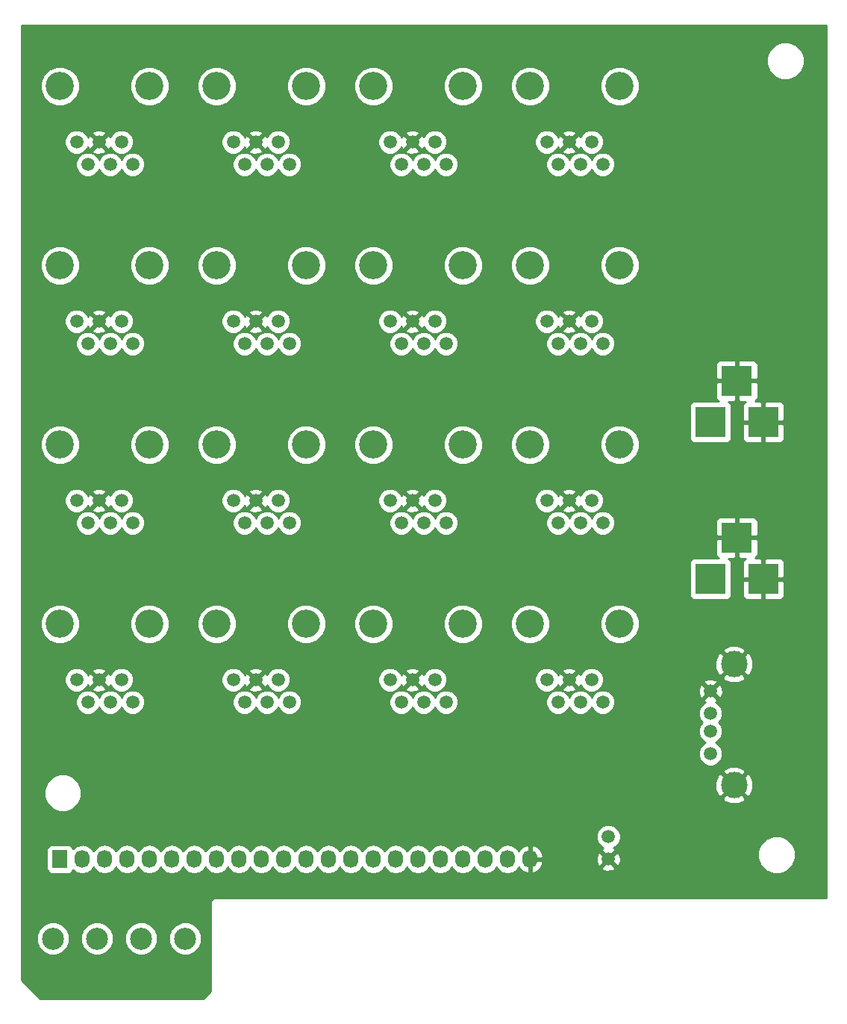
<source format=gbl>
%FSLAX34Y34*%
G04 Gerber Fmt 3.4, Leading zero omitted, Abs format*
G04 (created by PCBNEW (2014-jan-25)-product) date Wed 30 Apr 2014 08:14:39 PM MDT*
%MOIN*%
G01*
G70*
G90*
G04 APERTURE LIST*
%ADD10C,0.003937*%
%ADD11C,0.059100*%
%ADD12R,0.137800X0.137800*%
%ADD13C,0.118100*%
%ADD14R,0.068000X0.080000*%
%ADD15O,0.068000X0.080000*%
%ADD16C,0.125984*%
%ADD17C,0.059055*%
%ADD18C,0.098425*%
%ADD19C,0.010000*%
G04 APERTURE END LIST*
G54D10*
G54D11*
X66500Y-49000D03*
X66500Y-50000D03*
G54D12*
X71059Y-37500D03*
X73421Y-37500D03*
X72240Y-35650D03*
X71059Y-30500D03*
X73421Y-30500D03*
X72240Y-28650D03*
G54D11*
X71062Y-42497D03*
X71062Y-43497D03*
X71062Y-44297D03*
X71062Y-45297D03*
G54D13*
X72112Y-41297D03*
X72112Y-46697D03*
G54D14*
X42000Y-50000D03*
G54D15*
X43000Y-50000D03*
X44000Y-50000D03*
X45000Y-50000D03*
X46000Y-50000D03*
X47000Y-50000D03*
X48000Y-50000D03*
X49000Y-50000D03*
X50000Y-50000D03*
X51000Y-50000D03*
X52000Y-50000D03*
X53000Y-50000D03*
X54000Y-50000D03*
X55000Y-50000D03*
X56000Y-50000D03*
X57000Y-50000D03*
X58000Y-50000D03*
X59000Y-50000D03*
X60000Y-50000D03*
X61000Y-50000D03*
X62000Y-50000D03*
X63000Y-50000D03*
G54D16*
X42000Y-39500D03*
X46000Y-39500D03*
G54D17*
X45250Y-43000D03*
X44750Y-42000D03*
X44250Y-43000D03*
X43750Y-42000D03*
X43250Y-43000D03*
X42750Y-42000D03*
G54D16*
X42000Y-31500D03*
X46000Y-31500D03*
G54D17*
X45250Y-35000D03*
X44750Y-34000D03*
X44250Y-35000D03*
X43750Y-34000D03*
X43250Y-35000D03*
X42750Y-34000D03*
G54D16*
X42000Y-23500D03*
X46000Y-23500D03*
G54D17*
X45250Y-27000D03*
X44750Y-26000D03*
X44250Y-27000D03*
X43750Y-26000D03*
X43250Y-27000D03*
X42750Y-26000D03*
G54D16*
X42000Y-15500D03*
X46000Y-15500D03*
G54D17*
X45250Y-19000D03*
X44750Y-18000D03*
X44250Y-19000D03*
X43750Y-18000D03*
X43250Y-19000D03*
X42750Y-18000D03*
G54D16*
X49000Y-39500D03*
X53000Y-39500D03*
G54D17*
X52250Y-43000D03*
X51750Y-42000D03*
X51250Y-43000D03*
X50750Y-42000D03*
X50250Y-43000D03*
X49750Y-42000D03*
G54D16*
X49000Y-31500D03*
X53000Y-31500D03*
G54D17*
X52250Y-35000D03*
X51750Y-34000D03*
X51250Y-35000D03*
X50750Y-34000D03*
X50250Y-35000D03*
X49750Y-34000D03*
G54D16*
X49000Y-23500D03*
X53000Y-23500D03*
G54D17*
X52250Y-27000D03*
X51750Y-26000D03*
X51250Y-27000D03*
X50750Y-26000D03*
X50250Y-27000D03*
X49750Y-26000D03*
G54D16*
X49000Y-15500D03*
X53000Y-15500D03*
G54D17*
X52250Y-19000D03*
X51750Y-18000D03*
X51250Y-19000D03*
X50750Y-18000D03*
X50250Y-19000D03*
X49750Y-18000D03*
G54D16*
X56000Y-39500D03*
X60000Y-39500D03*
G54D17*
X59250Y-43000D03*
X58750Y-42000D03*
X58250Y-43000D03*
X57750Y-42000D03*
X57250Y-43000D03*
X56750Y-42000D03*
G54D16*
X56000Y-31500D03*
X60000Y-31500D03*
G54D17*
X59250Y-35000D03*
X58750Y-34000D03*
X58250Y-35000D03*
X57750Y-34000D03*
X57250Y-35000D03*
X56750Y-34000D03*
G54D16*
X56000Y-23500D03*
X60000Y-23500D03*
G54D17*
X59250Y-27000D03*
X58750Y-26000D03*
X58250Y-27000D03*
X57750Y-26000D03*
X57250Y-27000D03*
X56750Y-26000D03*
G54D16*
X56000Y-15500D03*
X60000Y-15500D03*
G54D17*
X59250Y-19000D03*
X58750Y-18000D03*
X58250Y-19000D03*
X57750Y-18000D03*
X57250Y-19000D03*
X56750Y-18000D03*
G54D16*
X63000Y-39500D03*
X67000Y-39500D03*
G54D17*
X66250Y-43000D03*
X65750Y-42000D03*
X65250Y-43000D03*
X64750Y-42000D03*
X64250Y-43000D03*
X63750Y-42000D03*
G54D16*
X63000Y-31500D03*
X67000Y-31500D03*
G54D17*
X66250Y-35000D03*
X65750Y-34000D03*
X65250Y-35000D03*
X64750Y-34000D03*
X64250Y-35000D03*
X63750Y-34000D03*
G54D16*
X63000Y-23500D03*
X67000Y-23500D03*
G54D17*
X66250Y-27000D03*
X65750Y-26000D03*
X65250Y-27000D03*
X64750Y-26000D03*
X64250Y-27000D03*
X63750Y-26000D03*
G54D16*
X63000Y-15500D03*
X67000Y-15500D03*
G54D17*
X66250Y-19000D03*
X65750Y-18000D03*
X65250Y-19000D03*
X64750Y-18000D03*
X64250Y-19000D03*
X63750Y-18000D03*
G54D18*
X41692Y-53543D03*
X43661Y-53543D03*
X45629Y-53543D03*
X47598Y-53543D03*
G54D10*
G36*
X76220Y-51720D02*
X75250Y-51720D01*
X75250Y-14203D01*
X75122Y-13894D01*
X74886Y-13657D01*
X74577Y-13529D01*
X74242Y-13529D01*
X73933Y-13657D01*
X73697Y-13893D01*
X73569Y-14202D01*
X73568Y-14536D01*
X73696Y-14845D01*
X73932Y-15082D01*
X74241Y-15210D01*
X74575Y-15210D01*
X74884Y-15083D01*
X75121Y-14846D01*
X75249Y-14537D01*
X75250Y-14203D01*
X75250Y-51720D01*
X74856Y-51720D01*
X74856Y-49636D01*
X74728Y-49327D01*
X74492Y-49091D01*
X74360Y-49036D01*
X74360Y-38238D01*
X74360Y-38139D01*
X74360Y-37612D01*
X74360Y-37387D01*
X74360Y-36860D01*
X74360Y-36761D01*
X74360Y-31238D01*
X74360Y-31139D01*
X74360Y-30612D01*
X74360Y-30387D01*
X74360Y-29860D01*
X74360Y-29761D01*
X74321Y-29669D01*
X74251Y-29599D01*
X74159Y-29561D01*
X73533Y-29561D01*
X73471Y-29623D01*
X73471Y-30450D01*
X74297Y-30450D01*
X74360Y-30387D01*
X74360Y-30612D01*
X74297Y-30550D01*
X73471Y-30550D01*
X73471Y-31376D01*
X73533Y-31439D01*
X74159Y-31439D01*
X74251Y-31400D01*
X74321Y-31330D01*
X74360Y-31238D01*
X74360Y-36761D01*
X74321Y-36669D01*
X74251Y-36599D01*
X74159Y-36561D01*
X73533Y-36561D01*
X73471Y-36623D01*
X73471Y-37450D01*
X74297Y-37450D01*
X74360Y-37387D01*
X74360Y-37612D01*
X74297Y-37550D01*
X73471Y-37550D01*
X73471Y-38376D01*
X73533Y-38439D01*
X74159Y-38439D01*
X74251Y-38400D01*
X74321Y-38330D01*
X74360Y-38238D01*
X74360Y-49036D01*
X74183Y-48962D01*
X73849Y-48962D01*
X73540Y-49090D01*
X73371Y-49259D01*
X73371Y-38376D01*
X73371Y-37550D01*
X73371Y-37450D01*
X73371Y-36623D01*
X73371Y-31376D01*
X73371Y-30550D01*
X73371Y-30450D01*
X73371Y-29623D01*
X73308Y-29561D01*
X73046Y-29561D01*
X73070Y-29550D01*
X73140Y-29480D01*
X73179Y-29388D01*
X73179Y-29289D01*
X73179Y-28762D01*
X73179Y-28537D01*
X73179Y-28010D01*
X73179Y-27911D01*
X73140Y-27819D01*
X73070Y-27749D01*
X72978Y-27711D01*
X72352Y-27711D01*
X72290Y-27773D01*
X72290Y-28600D01*
X73116Y-28600D01*
X73179Y-28537D01*
X73179Y-28762D01*
X73116Y-28700D01*
X72290Y-28700D01*
X72290Y-29526D01*
X72352Y-29589D01*
X72614Y-29589D01*
X72590Y-29599D01*
X72520Y-29669D01*
X72482Y-29761D01*
X72482Y-29860D01*
X72482Y-30387D01*
X72544Y-30450D01*
X73371Y-30450D01*
X73371Y-30550D01*
X72544Y-30550D01*
X72482Y-30612D01*
X72482Y-31139D01*
X72482Y-31238D01*
X72520Y-31330D01*
X72590Y-31400D01*
X72682Y-31439D01*
X73308Y-31439D01*
X73371Y-31376D01*
X73371Y-36623D01*
X73308Y-36561D01*
X73046Y-36561D01*
X73070Y-36550D01*
X73140Y-36480D01*
X73179Y-36388D01*
X73179Y-36289D01*
X73179Y-35762D01*
X73179Y-35537D01*
X73179Y-35010D01*
X73179Y-34911D01*
X73140Y-34819D01*
X73070Y-34749D01*
X72978Y-34711D01*
X72352Y-34711D01*
X72290Y-34773D01*
X72290Y-35600D01*
X73116Y-35600D01*
X73179Y-35537D01*
X73179Y-35762D01*
X73116Y-35700D01*
X72290Y-35700D01*
X72290Y-36526D01*
X72352Y-36589D01*
X72614Y-36589D01*
X72590Y-36599D01*
X72520Y-36669D01*
X72482Y-36761D01*
X72482Y-36860D01*
X72482Y-37387D01*
X72544Y-37450D01*
X73371Y-37450D01*
X73371Y-37550D01*
X72544Y-37550D01*
X72482Y-37612D01*
X72482Y-38139D01*
X72482Y-38238D01*
X72520Y-38330D01*
X72590Y-38400D01*
X72682Y-38439D01*
X73308Y-38439D01*
X73371Y-38376D01*
X73371Y-49259D01*
X73303Y-49326D01*
X73175Y-49635D01*
X73175Y-49969D01*
X73302Y-50278D01*
X73539Y-50515D01*
X73847Y-50643D01*
X74182Y-50643D01*
X74491Y-50516D01*
X74727Y-50279D01*
X74856Y-49971D01*
X74856Y-49636D01*
X74856Y-51720D01*
X72956Y-51720D01*
X72956Y-46848D01*
X72956Y-41448D01*
X72950Y-41114D01*
X72834Y-40835D01*
X72709Y-40772D01*
X72638Y-40843D01*
X72638Y-40701D01*
X72575Y-40576D01*
X72264Y-40454D01*
X72190Y-40455D01*
X72190Y-36526D01*
X72190Y-35700D01*
X72190Y-35600D01*
X72190Y-34773D01*
X72190Y-29526D01*
X72190Y-28700D01*
X72190Y-28600D01*
X72190Y-27773D01*
X72127Y-27711D01*
X71501Y-27711D01*
X71409Y-27749D01*
X71339Y-27819D01*
X71301Y-27911D01*
X71301Y-28010D01*
X71301Y-28537D01*
X71363Y-28600D01*
X72190Y-28600D01*
X72190Y-28700D01*
X71363Y-28700D01*
X71301Y-28762D01*
X71301Y-29289D01*
X71301Y-29388D01*
X71339Y-29480D01*
X71409Y-29550D01*
X71433Y-29561D01*
X70320Y-29561D01*
X70228Y-29599D01*
X70158Y-29669D01*
X70120Y-29761D01*
X70120Y-29860D01*
X70120Y-31238D01*
X70158Y-31330D01*
X70228Y-31400D01*
X70320Y-31439D01*
X70419Y-31439D01*
X71797Y-31439D01*
X71889Y-31400D01*
X71959Y-31330D01*
X71998Y-31238D01*
X71998Y-31139D01*
X71998Y-29761D01*
X71959Y-29669D01*
X71889Y-29599D01*
X71865Y-29589D01*
X72127Y-29589D01*
X72190Y-29526D01*
X72190Y-34773D01*
X72127Y-34711D01*
X71501Y-34711D01*
X71409Y-34749D01*
X71339Y-34819D01*
X71301Y-34911D01*
X71301Y-35010D01*
X71301Y-35537D01*
X71363Y-35600D01*
X72190Y-35600D01*
X72190Y-35700D01*
X71363Y-35700D01*
X71301Y-35762D01*
X71301Y-36289D01*
X71301Y-36388D01*
X71339Y-36480D01*
X71409Y-36550D01*
X71433Y-36561D01*
X70320Y-36561D01*
X70228Y-36599D01*
X70158Y-36669D01*
X70120Y-36761D01*
X70120Y-36860D01*
X70120Y-38238D01*
X70158Y-38330D01*
X70228Y-38400D01*
X70320Y-38439D01*
X70419Y-38439D01*
X71797Y-38439D01*
X71889Y-38400D01*
X71959Y-38330D01*
X71998Y-38238D01*
X71998Y-38139D01*
X71998Y-36761D01*
X71959Y-36669D01*
X71889Y-36599D01*
X71865Y-36589D01*
X72127Y-36589D01*
X72190Y-36526D01*
X72190Y-40455D01*
X71929Y-40460D01*
X71650Y-40576D01*
X71587Y-40701D01*
X72112Y-41226D01*
X72638Y-40701D01*
X72638Y-40843D01*
X72183Y-41297D01*
X72709Y-41822D01*
X72834Y-41760D01*
X72956Y-41448D01*
X72956Y-46848D01*
X72950Y-46514D01*
X72834Y-46235D01*
X72709Y-46172D01*
X72638Y-46243D01*
X72638Y-46101D01*
X72638Y-41893D01*
X72112Y-41368D01*
X72042Y-41439D01*
X72042Y-41297D01*
X71516Y-40772D01*
X71391Y-40835D01*
X71269Y-41146D01*
X71275Y-41480D01*
X71391Y-41760D01*
X71516Y-41822D01*
X72042Y-41297D01*
X72042Y-41439D01*
X71587Y-41893D01*
X71650Y-42019D01*
X71961Y-42141D01*
X72296Y-42134D01*
X72575Y-42019D01*
X72638Y-41893D01*
X72638Y-46101D01*
X72575Y-45976D01*
X72264Y-45854D01*
X71929Y-45860D01*
X71650Y-45976D01*
X71613Y-46050D01*
X71613Y-42578D01*
X71602Y-42361D01*
X71540Y-42212D01*
X71445Y-42185D01*
X71374Y-42256D01*
X71374Y-42114D01*
X71348Y-42020D01*
X71143Y-41947D01*
X70926Y-41958D01*
X70777Y-42020D01*
X70751Y-42114D01*
X71062Y-42426D01*
X71374Y-42114D01*
X71374Y-42256D01*
X71133Y-42497D01*
X71445Y-42809D01*
X71540Y-42782D01*
X71613Y-42578D01*
X71613Y-46050D01*
X71608Y-46059D01*
X71608Y-45189D01*
X71525Y-44989D01*
X71372Y-44835D01*
X71281Y-44797D01*
X71371Y-44760D01*
X71525Y-44607D01*
X71608Y-44406D01*
X71608Y-44189D01*
X71525Y-43989D01*
X71434Y-43897D01*
X71525Y-43807D01*
X71608Y-43606D01*
X71608Y-43389D01*
X71525Y-43189D01*
X71372Y-43035D01*
X71287Y-43000D01*
X71348Y-42975D01*
X71374Y-42880D01*
X71062Y-42568D01*
X70992Y-42639D01*
X70992Y-42497D01*
X70680Y-42185D01*
X70585Y-42212D01*
X70512Y-42416D01*
X70523Y-42633D01*
X70585Y-42782D01*
X70680Y-42809D01*
X70992Y-42497D01*
X70992Y-42639D01*
X70751Y-42880D01*
X70777Y-42975D01*
X70842Y-42998D01*
X70754Y-43034D01*
X70600Y-43188D01*
X70517Y-43388D01*
X70517Y-43605D01*
X70600Y-43806D01*
X70691Y-43897D01*
X70600Y-43988D01*
X70517Y-44188D01*
X70517Y-44405D01*
X70600Y-44606D01*
X70753Y-44759D01*
X70844Y-44797D01*
X70754Y-44834D01*
X70600Y-44988D01*
X70517Y-45188D01*
X70517Y-45405D01*
X70600Y-45606D01*
X70753Y-45759D01*
X70954Y-45843D01*
X71171Y-45843D01*
X71371Y-45760D01*
X71525Y-45607D01*
X71608Y-45406D01*
X71608Y-45189D01*
X71608Y-46059D01*
X71587Y-46101D01*
X72112Y-46626D01*
X72638Y-46101D01*
X72638Y-46243D01*
X72183Y-46697D01*
X72709Y-47222D01*
X72834Y-47160D01*
X72956Y-46848D01*
X72956Y-51720D01*
X72638Y-51720D01*
X72638Y-47293D01*
X72112Y-46768D01*
X72042Y-46839D01*
X72042Y-46697D01*
X71516Y-46172D01*
X71391Y-46235D01*
X71269Y-46546D01*
X71275Y-46880D01*
X71391Y-47160D01*
X71516Y-47222D01*
X72042Y-46697D01*
X72042Y-46839D01*
X71587Y-47293D01*
X71650Y-47419D01*
X71961Y-47541D01*
X72296Y-47534D01*
X72575Y-47419D01*
X72638Y-47293D01*
X72638Y-51720D01*
X67880Y-51720D01*
X67880Y-39325D01*
X67880Y-31325D01*
X67880Y-23325D01*
X67880Y-15325D01*
X67746Y-15002D01*
X67499Y-14754D01*
X67175Y-14620D01*
X66825Y-14619D01*
X66502Y-14753D01*
X66254Y-15000D01*
X66120Y-15324D01*
X66119Y-15674D01*
X66253Y-15997D01*
X66500Y-16245D01*
X66824Y-16379D01*
X67174Y-16380D01*
X67497Y-16246D01*
X67745Y-15999D01*
X67879Y-15675D01*
X67880Y-15325D01*
X67880Y-23325D01*
X67746Y-23002D01*
X67499Y-22754D01*
X67175Y-22620D01*
X66825Y-22619D01*
X66795Y-22632D01*
X66795Y-18892D01*
X66712Y-18691D01*
X66559Y-18538D01*
X66358Y-18454D01*
X66295Y-18454D01*
X66295Y-17892D01*
X66212Y-17691D01*
X66059Y-17538D01*
X65858Y-17454D01*
X65642Y-17454D01*
X65441Y-17537D01*
X65288Y-17690D01*
X65252Y-17775D01*
X65227Y-17714D01*
X65132Y-17688D01*
X65061Y-17758D01*
X65061Y-17617D01*
X65035Y-17522D01*
X64830Y-17449D01*
X64613Y-17460D01*
X64464Y-17522D01*
X64438Y-17617D01*
X64750Y-17929D01*
X65061Y-17617D01*
X65061Y-17758D01*
X64820Y-18000D01*
X65132Y-18311D01*
X65227Y-18285D01*
X65250Y-18219D01*
X65287Y-18308D01*
X65440Y-18461D01*
X65641Y-18545D01*
X65857Y-18545D01*
X66058Y-18462D01*
X66211Y-18309D01*
X66295Y-18108D01*
X66295Y-17892D01*
X66295Y-18454D01*
X66142Y-18454D01*
X65941Y-18537D01*
X65788Y-18690D01*
X65750Y-18782D01*
X65712Y-18691D01*
X65559Y-18538D01*
X65358Y-18454D01*
X65142Y-18454D01*
X65061Y-18487D01*
X65061Y-18382D01*
X64750Y-18070D01*
X64679Y-18141D01*
X64679Y-18000D01*
X64367Y-17688D01*
X64272Y-17714D01*
X64249Y-17780D01*
X64212Y-17691D01*
X64059Y-17538D01*
X63880Y-17463D01*
X63880Y-15325D01*
X63746Y-15002D01*
X63499Y-14754D01*
X63175Y-14620D01*
X62825Y-14619D01*
X62502Y-14753D01*
X62254Y-15000D01*
X62120Y-15324D01*
X62119Y-15674D01*
X62253Y-15997D01*
X62500Y-16245D01*
X62824Y-16379D01*
X63174Y-16380D01*
X63497Y-16246D01*
X63745Y-15999D01*
X63879Y-15675D01*
X63880Y-15325D01*
X63880Y-17463D01*
X63858Y-17454D01*
X63642Y-17454D01*
X63441Y-17537D01*
X63288Y-17690D01*
X63204Y-17891D01*
X63204Y-18107D01*
X63287Y-18308D01*
X63440Y-18461D01*
X63641Y-18545D01*
X63857Y-18545D01*
X64058Y-18462D01*
X64211Y-18309D01*
X64247Y-18224D01*
X64272Y-18285D01*
X64367Y-18311D01*
X64679Y-18000D01*
X64679Y-18141D01*
X64438Y-18382D01*
X64464Y-18477D01*
X64669Y-18550D01*
X64886Y-18539D01*
X65035Y-18477D01*
X65061Y-18382D01*
X65061Y-18487D01*
X64941Y-18537D01*
X64788Y-18690D01*
X64750Y-18782D01*
X64712Y-18691D01*
X64559Y-18538D01*
X64358Y-18454D01*
X64142Y-18454D01*
X63941Y-18537D01*
X63788Y-18690D01*
X63704Y-18891D01*
X63704Y-19107D01*
X63787Y-19308D01*
X63940Y-19461D01*
X64141Y-19545D01*
X64357Y-19545D01*
X64558Y-19462D01*
X64711Y-19309D01*
X64749Y-19217D01*
X64787Y-19308D01*
X64940Y-19461D01*
X65141Y-19545D01*
X65357Y-19545D01*
X65558Y-19462D01*
X65711Y-19309D01*
X65749Y-19217D01*
X65787Y-19308D01*
X65940Y-19461D01*
X66141Y-19545D01*
X66357Y-19545D01*
X66558Y-19462D01*
X66711Y-19309D01*
X66795Y-19108D01*
X66795Y-18892D01*
X66795Y-22632D01*
X66502Y-22753D01*
X66254Y-23000D01*
X66120Y-23324D01*
X66119Y-23674D01*
X66253Y-23997D01*
X66500Y-24245D01*
X66824Y-24379D01*
X67174Y-24380D01*
X67497Y-24246D01*
X67745Y-23999D01*
X67879Y-23675D01*
X67880Y-23325D01*
X67880Y-31325D01*
X67746Y-31002D01*
X67499Y-30754D01*
X67175Y-30620D01*
X66825Y-30619D01*
X66795Y-30632D01*
X66795Y-26892D01*
X66712Y-26691D01*
X66559Y-26538D01*
X66358Y-26454D01*
X66295Y-26454D01*
X66295Y-25892D01*
X66212Y-25691D01*
X66059Y-25538D01*
X65858Y-25454D01*
X65642Y-25454D01*
X65441Y-25537D01*
X65288Y-25690D01*
X65252Y-25775D01*
X65227Y-25714D01*
X65132Y-25688D01*
X65061Y-25758D01*
X65061Y-25617D01*
X65035Y-25522D01*
X64830Y-25449D01*
X64613Y-25460D01*
X64464Y-25522D01*
X64438Y-25617D01*
X64750Y-25929D01*
X65061Y-25617D01*
X65061Y-25758D01*
X64820Y-26000D01*
X65132Y-26311D01*
X65227Y-26285D01*
X65250Y-26219D01*
X65287Y-26308D01*
X65440Y-26461D01*
X65641Y-26545D01*
X65857Y-26545D01*
X66058Y-26462D01*
X66211Y-26309D01*
X66295Y-26108D01*
X66295Y-25892D01*
X66295Y-26454D01*
X66142Y-26454D01*
X65941Y-26537D01*
X65788Y-26690D01*
X65750Y-26782D01*
X65712Y-26691D01*
X65559Y-26538D01*
X65358Y-26454D01*
X65142Y-26454D01*
X65061Y-26487D01*
X65061Y-26382D01*
X64750Y-26070D01*
X64679Y-26141D01*
X64679Y-26000D01*
X64367Y-25688D01*
X64272Y-25714D01*
X64249Y-25780D01*
X64212Y-25691D01*
X64059Y-25538D01*
X63880Y-25463D01*
X63880Y-23325D01*
X63746Y-23002D01*
X63499Y-22754D01*
X63175Y-22620D01*
X62825Y-22619D01*
X62502Y-22753D01*
X62254Y-23000D01*
X62120Y-23324D01*
X62119Y-23674D01*
X62253Y-23997D01*
X62500Y-24245D01*
X62824Y-24379D01*
X63174Y-24380D01*
X63497Y-24246D01*
X63745Y-23999D01*
X63879Y-23675D01*
X63880Y-23325D01*
X63880Y-25463D01*
X63858Y-25454D01*
X63642Y-25454D01*
X63441Y-25537D01*
X63288Y-25690D01*
X63204Y-25891D01*
X63204Y-26107D01*
X63287Y-26308D01*
X63440Y-26461D01*
X63641Y-26545D01*
X63857Y-26545D01*
X64058Y-26462D01*
X64211Y-26309D01*
X64247Y-26224D01*
X64272Y-26285D01*
X64367Y-26311D01*
X64679Y-26000D01*
X64679Y-26141D01*
X64438Y-26382D01*
X64464Y-26477D01*
X64669Y-26550D01*
X64886Y-26539D01*
X65035Y-26477D01*
X65061Y-26382D01*
X65061Y-26487D01*
X64941Y-26537D01*
X64788Y-26690D01*
X64750Y-26782D01*
X64712Y-26691D01*
X64559Y-26538D01*
X64358Y-26454D01*
X64142Y-26454D01*
X63941Y-26537D01*
X63788Y-26690D01*
X63704Y-26891D01*
X63704Y-27107D01*
X63787Y-27308D01*
X63940Y-27461D01*
X64141Y-27545D01*
X64357Y-27545D01*
X64558Y-27462D01*
X64711Y-27309D01*
X64749Y-27217D01*
X64787Y-27308D01*
X64940Y-27461D01*
X65141Y-27545D01*
X65357Y-27545D01*
X65558Y-27462D01*
X65711Y-27309D01*
X65749Y-27217D01*
X65787Y-27308D01*
X65940Y-27461D01*
X66141Y-27545D01*
X66357Y-27545D01*
X66558Y-27462D01*
X66711Y-27309D01*
X66795Y-27108D01*
X66795Y-26892D01*
X66795Y-30632D01*
X66502Y-30753D01*
X66254Y-31000D01*
X66120Y-31324D01*
X66119Y-31674D01*
X66253Y-31997D01*
X66500Y-32245D01*
X66824Y-32379D01*
X67174Y-32380D01*
X67497Y-32246D01*
X67745Y-31999D01*
X67879Y-31675D01*
X67880Y-31325D01*
X67880Y-39325D01*
X67746Y-39002D01*
X67499Y-38754D01*
X67175Y-38620D01*
X66825Y-38619D01*
X66795Y-38632D01*
X66795Y-34892D01*
X66712Y-34691D01*
X66559Y-34538D01*
X66358Y-34454D01*
X66295Y-34454D01*
X66295Y-33892D01*
X66212Y-33691D01*
X66059Y-33538D01*
X65858Y-33454D01*
X65642Y-33454D01*
X65441Y-33537D01*
X65288Y-33690D01*
X65252Y-33775D01*
X65227Y-33714D01*
X65132Y-33688D01*
X65061Y-33758D01*
X65061Y-33617D01*
X65035Y-33522D01*
X64830Y-33449D01*
X64613Y-33460D01*
X64464Y-33522D01*
X64438Y-33617D01*
X64750Y-33929D01*
X65061Y-33617D01*
X65061Y-33758D01*
X64820Y-34000D01*
X65132Y-34311D01*
X65227Y-34285D01*
X65250Y-34219D01*
X65287Y-34308D01*
X65440Y-34461D01*
X65641Y-34545D01*
X65857Y-34545D01*
X66058Y-34462D01*
X66211Y-34309D01*
X66295Y-34108D01*
X66295Y-33892D01*
X66295Y-34454D01*
X66142Y-34454D01*
X65941Y-34537D01*
X65788Y-34690D01*
X65750Y-34782D01*
X65712Y-34691D01*
X65559Y-34538D01*
X65358Y-34454D01*
X65142Y-34454D01*
X65061Y-34487D01*
X65061Y-34382D01*
X64750Y-34070D01*
X64679Y-34141D01*
X64679Y-34000D01*
X64367Y-33688D01*
X64272Y-33714D01*
X64249Y-33780D01*
X64212Y-33691D01*
X64059Y-33538D01*
X63880Y-33463D01*
X63880Y-31325D01*
X63746Y-31002D01*
X63499Y-30754D01*
X63175Y-30620D01*
X62825Y-30619D01*
X62502Y-30753D01*
X62254Y-31000D01*
X62120Y-31324D01*
X62119Y-31674D01*
X62253Y-31997D01*
X62500Y-32245D01*
X62824Y-32379D01*
X63174Y-32380D01*
X63497Y-32246D01*
X63745Y-31999D01*
X63879Y-31675D01*
X63880Y-31325D01*
X63880Y-33463D01*
X63858Y-33454D01*
X63642Y-33454D01*
X63441Y-33537D01*
X63288Y-33690D01*
X63204Y-33891D01*
X63204Y-34107D01*
X63287Y-34308D01*
X63440Y-34461D01*
X63641Y-34545D01*
X63857Y-34545D01*
X64058Y-34462D01*
X64211Y-34309D01*
X64247Y-34224D01*
X64272Y-34285D01*
X64367Y-34311D01*
X64679Y-34000D01*
X64679Y-34141D01*
X64438Y-34382D01*
X64464Y-34477D01*
X64669Y-34550D01*
X64886Y-34539D01*
X65035Y-34477D01*
X65061Y-34382D01*
X65061Y-34487D01*
X64941Y-34537D01*
X64788Y-34690D01*
X64750Y-34782D01*
X64712Y-34691D01*
X64559Y-34538D01*
X64358Y-34454D01*
X64142Y-34454D01*
X63941Y-34537D01*
X63788Y-34690D01*
X63704Y-34891D01*
X63704Y-35107D01*
X63787Y-35308D01*
X63940Y-35461D01*
X64141Y-35545D01*
X64357Y-35545D01*
X64558Y-35462D01*
X64711Y-35309D01*
X64749Y-35217D01*
X64787Y-35308D01*
X64940Y-35461D01*
X65141Y-35545D01*
X65357Y-35545D01*
X65558Y-35462D01*
X65711Y-35309D01*
X65749Y-35217D01*
X65787Y-35308D01*
X65940Y-35461D01*
X66141Y-35545D01*
X66357Y-35545D01*
X66558Y-35462D01*
X66711Y-35309D01*
X66795Y-35108D01*
X66795Y-34892D01*
X66795Y-38632D01*
X66502Y-38753D01*
X66254Y-39000D01*
X66120Y-39324D01*
X66119Y-39674D01*
X66253Y-39997D01*
X66500Y-40245D01*
X66824Y-40379D01*
X67174Y-40380D01*
X67497Y-40246D01*
X67745Y-39999D01*
X67879Y-39675D01*
X67880Y-39325D01*
X67880Y-51720D01*
X67050Y-51720D01*
X67050Y-50080D01*
X67045Y-49988D01*
X67045Y-48891D01*
X66962Y-48691D01*
X66809Y-48537D01*
X66795Y-48531D01*
X66795Y-42892D01*
X66712Y-42691D01*
X66559Y-42538D01*
X66358Y-42454D01*
X66295Y-42454D01*
X66295Y-41892D01*
X66212Y-41691D01*
X66059Y-41538D01*
X65858Y-41454D01*
X65642Y-41454D01*
X65441Y-41537D01*
X65288Y-41690D01*
X65252Y-41775D01*
X65227Y-41714D01*
X65132Y-41688D01*
X65061Y-41758D01*
X65061Y-41617D01*
X65035Y-41522D01*
X64830Y-41449D01*
X64613Y-41460D01*
X64464Y-41522D01*
X64438Y-41617D01*
X64750Y-41929D01*
X65061Y-41617D01*
X65061Y-41758D01*
X64820Y-42000D01*
X65132Y-42311D01*
X65227Y-42285D01*
X65250Y-42219D01*
X65287Y-42308D01*
X65440Y-42461D01*
X65641Y-42545D01*
X65857Y-42545D01*
X66058Y-42462D01*
X66211Y-42309D01*
X66295Y-42108D01*
X66295Y-41892D01*
X66295Y-42454D01*
X66142Y-42454D01*
X65941Y-42537D01*
X65788Y-42690D01*
X65750Y-42782D01*
X65712Y-42691D01*
X65559Y-42538D01*
X65358Y-42454D01*
X65142Y-42454D01*
X65061Y-42487D01*
X65061Y-42382D01*
X64750Y-42070D01*
X64679Y-42141D01*
X64679Y-42000D01*
X64367Y-41688D01*
X64272Y-41714D01*
X64249Y-41780D01*
X64212Y-41691D01*
X64059Y-41538D01*
X63880Y-41463D01*
X63880Y-39325D01*
X63746Y-39002D01*
X63499Y-38754D01*
X63175Y-38620D01*
X62825Y-38619D01*
X62502Y-38753D01*
X62254Y-39000D01*
X62120Y-39324D01*
X62119Y-39674D01*
X62253Y-39997D01*
X62500Y-40245D01*
X62824Y-40379D01*
X63174Y-40380D01*
X63497Y-40246D01*
X63745Y-39999D01*
X63879Y-39675D01*
X63880Y-39325D01*
X63880Y-41463D01*
X63858Y-41454D01*
X63642Y-41454D01*
X63441Y-41537D01*
X63288Y-41690D01*
X63204Y-41891D01*
X63204Y-42107D01*
X63287Y-42308D01*
X63440Y-42461D01*
X63641Y-42545D01*
X63857Y-42545D01*
X64058Y-42462D01*
X64211Y-42309D01*
X64247Y-42224D01*
X64272Y-42285D01*
X64367Y-42311D01*
X64679Y-42000D01*
X64679Y-42141D01*
X64438Y-42382D01*
X64464Y-42477D01*
X64669Y-42550D01*
X64886Y-42539D01*
X65035Y-42477D01*
X65061Y-42382D01*
X65061Y-42487D01*
X64941Y-42537D01*
X64788Y-42690D01*
X64750Y-42782D01*
X64712Y-42691D01*
X64559Y-42538D01*
X64358Y-42454D01*
X64142Y-42454D01*
X63941Y-42537D01*
X63788Y-42690D01*
X63704Y-42891D01*
X63704Y-43107D01*
X63787Y-43308D01*
X63940Y-43461D01*
X64141Y-43545D01*
X64357Y-43545D01*
X64558Y-43462D01*
X64711Y-43309D01*
X64749Y-43217D01*
X64787Y-43308D01*
X64940Y-43461D01*
X65141Y-43545D01*
X65357Y-43545D01*
X65558Y-43462D01*
X65711Y-43309D01*
X65749Y-43217D01*
X65787Y-43308D01*
X65940Y-43461D01*
X66141Y-43545D01*
X66357Y-43545D01*
X66558Y-43462D01*
X66711Y-43309D01*
X66795Y-43108D01*
X66795Y-42892D01*
X66795Y-48531D01*
X66608Y-48454D01*
X66391Y-48454D01*
X66191Y-48537D01*
X66037Y-48690D01*
X65954Y-48891D01*
X65954Y-49108D01*
X66037Y-49308D01*
X66190Y-49462D01*
X66275Y-49497D01*
X66214Y-49522D01*
X66188Y-49617D01*
X66500Y-49929D01*
X66811Y-49617D01*
X66785Y-49522D01*
X66720Y-49499D01*
X66808Y-49462D01*
X66962Y-49309D01*
X67045Y-49108D01*
X67045Y-48891D01*
X67045Y-49988D01*
X67039Y-49863D01*
X66977Y-49714D01*
X66882Y-49688D01*
X66570Y-50000D01*
X66882Y-50311D01*
X66977Y-50285D01*
X67050Y-50080D01*
X67050Y-51720D01*
X66811Y-51720D01*
X66811Y-50382D01*
X66500Y-50070D01*
X66429Y-50141D01*
X66429Y-50000D01*
X66117Y-49688D01*
X66022Y-49714D01*
X65949Y-49919D01*
X65960Y-50136D01*
X66022Y-50285D01*
X66117Y-50311D01*
X66429Y-50000D01*
X66429Y-50141D01*
X66188Y-50382D01*
X66214Y-50477D01*
X66419Y-50550D01*
X66636Y-50539D01*
X66785Y-50477D01*
X66811Y-50382D01*
X66811Y-51720D01*
X63584Y-51720D01*
X63584Y-50142D01*
X63584Y-49857D01*
X63508Y-49640D01*
X63355Y-49468D01*
X63147Y-49368D01*
X63141Y-49367D01*
X63050Y-49414D01*
X63050Y-49950D01*
X63527Y-49950D01*
X63584Y-49857D01*
X63584Y-50142D01*
X63527Y-50050D01*
X63050Y-50050D01*
X63050Y-50585D01*
X63141Y-50632D01*
X63147Y-50631D01*
X63355Y-50531D01*
X63508Y-50359D01*
X63584Y-50142D01*
X63584Y-51720D01*
X62950Y-51720D01*
X62950Y-50585D01*
X62950Y-50050D01*
X62942Y-50050D01*
X62942Y-49950D01*
X62950Y-49950D01*
X62950Y-49414D01*
X62858Y-49367D01*
X62852Y-49368D01*
X62644Y-49468D01*
X62498Y-49631D01*
X62417Y-49510D01*
X62225Y-49382D01*
X62000Y-49337D01*
X61774Y-49382D01*
X61582Y-49510D01*
X61500Y-49634D01*
X61417Y-49510D01*
X61225Y-49382D01*
X61000Y-49337D01*
X60880Y-49361D01*
X60880Y-39325D01*
X60880Y-31325D01*
X60880Y-23325D01*
X60880Y-15325D01*
X60746Y-15002D01*
X60499Y-14754D01*
X60175Y-14620D01*
X59825Y-14619D01*
X59502Y-14753D01*
X59254Y-15000D01*
X59120Y-15324D01*
X59119Y-15674D01*
X59253Y-15997D01*
X59500Y-16245D01*
X59824Y-16379D01*
X60174Y-16380D01*
X60497Y-16246D01*
X60745Y-15999D01*
X60879Y-15675D01*
X60880Y-15325D01*
X60880Y-23325D01*
X60746Y-23002D01*
X60499Y-22754D01*
X60175Y-22620D01*
X59825Y-22619D01*
X59795Y-22632D01*
X59795Y-18892D01*
X59712Y-18691D01*
X59559Y-18538D01*
X59358Y-18454D01*
X59295Y-18454D01*
X59295Y-17892D01*
X59212Y-17691D01*
X59059Y-17538D01*
X58858Y-17454D01*
X58642Y-17454D01*
X58441Y-17537D01*
X58288Y-17690D01*
X58252Y-17775D01*
X58227Y-17714D01*
X58132Y-17688D01*
X58061Y-17758D01*
X58061Y-17617D01*
X58035Y-17522D01*
X57830Y-17449D01*
X57613Y-17460D01*
X57464Y-17522D01*
X57438Y-17617D01*
X57750Y-17929D01*
X58061Y-17617D01*
X58061Y-17758D01*
X57820Y-18000D01*
X58132Y-18311D01*
X58227Y-18285D01*
X58250Y-18219D01*
X58287Y-18308D01*
X58440Y-18461D01*
X58641Y-18545D01*
X58857Y-18545D01*
X59058Y-18462D01*
X59211Y-18309D01*
X59295Y-18108D01*
X59295Y-17892D01*
X59295Y-18454D01*
X59142Y-18454D01*
X58941Y-18537D01*
X58788Y-18690D01*
X58750Y-18782D01*
X58712Y-18691D01*
X58559Y-18538D01*
X58358Y-18454D01*
X58142Y-18454D01*
X58061Y-18487D01*
X58061Y-18382D01*
X57750Y-18070D01*
X57679Y-18141D01*
X57679Y-18000D01*
X57367Y-17688D01*
X57272Y-17714D01*
X57249Y-17780D01*
X57212Y-17691D01*
X57059Y-17538D01*
X56880Y-17463D01*
X56880Y-15325D01*
X56746Y-15002D01*
X56499Y-14754D01*
X56175Y-14620D01*
X55825Y-14619D01*
X55502Y-14753D01*
X55254Y-15000D01*
X55120Y-15324D01*
X55119Y-15674D01*
X55253Y-15997D01*
X55500Y-16245D01*
X55824Y-16379D01*
X56174Y-16380D01*
X56497Y-16246D01*
X56745Y-15999D01*
X56879Y-15675D01*
X56880Y-15325D01*
X56880Y-17463D01*
X56858Y-17454D01*
X56642Y-17454D01*
X56441Y-17537D01*
X56288Y-17690D01*
X56204Y-17891D01*
X56204Y-18107D01*
X56287Y-18308D01*
X56440Y-18461D01*
X56641Y-18545D01*
X56857Y-18545D01*
X57058Y-18462D01*
X57211Y-18309D01*
X57247Y-18224D01*
X57272Y-18285D01*
X57367Y-18311D01*
X57679Y-18000D01*
X57679Y-18141D01*
X57438Y-18382D01*
X57464Y-18477D01*
X57669Y-18550D01*
X57886Y-18539D01*
X58035Y-18477D01*
X58061Y-18382D01*
X58061Y-18487D01*
X57941Y-18537D01*
X57788Y-18690D01*
X57750Y-18782D01*
X57712Y-18691D01*
X57559Y-18538D01*
X57358Y-18454D01*
X57142Y-18454D01*
X56941Y-18537D01*
X56788Y-18690D01*
X56704Y-18891D01*
X56704Y-19107D01*
X56787Y-19308D01*
X56940Y-19461D01*
X57141Y-19545D01*
X57357Y-19545D01*
X57558Y-19462D01*
X57711Y-19309D01*
X57749Y-19217D01*
X57787Y-19308D01*
X57940Y-19461D01*
X58141Y-19545D01*
X58357Y-19545D01*
X58558Y-19462D01*
X58711Y-19309D01*
X58749Y-19217D01*
X58787Y-19308D01*
X58940Y-19461D01*
X59141Y-19545D01*
X59357Y-19545D01*
X59558Y-19462D01*
X59711Y-19309D01*
X59795Y-19108D01*
X59795Y-18892D01*
X59795Y-22632D01*
X59502Y-22753D01*
X59254Y-23000D01*
X59120Y-23324D01*
X59119Y-23674D01*
X59253Y-23997D01*
X59500Y-24245D01*
X59824Y-24379D01*
X60174Y-24380D01*
X60497Y-24246D01*
X60745Y-23999D01*
X60879Y-23675D01*
X60880Y-23325D01*
X60880Y-31325D01*
X60746Y-31002D01*
X60499Y-30754D01*
X60175Y-30620D01*
X59825Y-30619D01*
X59795Y-30632D01*
X59795Y-26892D01*
X59712Y-26691D01*
X59559Y-26538D01*
X59358Y-26454D01*
X59295Y-26454D01*
X59295Y-25892D01*
X59212Y-25691D01*
X59059Y-25538D01*
X58858Y-25454D01*
X58642Y-25454D01*
X58441Y-25537D01*
X58288Y-25690D01*
X58252Y-25775D01*
X58227Y-25714D01*
X58132Y-25688D01*
X58061Y-25758D01*
X58061Y-25617D01*
X58035Y-25522D01*
X57830Y-25449D01*
X57613Y-25460D01*
X57464Y-25522D01*
X57438Y-25617D01*
X57750Y-25929D01*
X58061Y-25617D01*
X58061Y-25758D01*
X57820Y-26000D01*
X58132Y-26311D01*
X58227Y-26285D01*
X58250Y-26219D01*
X58287Y-26308D01*
X58440Y-26461D01*
X58641Y-26545D01*
X58857Y-26545D01*
X59058Y-26462D01*
X59211Y-26309D01*
X59295Y-26108D01*
X59295Y-25892D01*
X59295Y-26454D01*
X59142Y-26454D01*
X58941Y-26537D01*
X58788Y-26690D01*
X58750Y-26782D01*
X58712Y-26691D01*
X58559Y-26538D01*
X58358Y-26454D01*
X58142Y-26454D01*
X58061Y-26487D01*
X58061Y-26382D01*
X57750Y-26070D01*
X57679Y-26141D01*
X57679Y-26000D01*
X57367Y-25688D01*
X57272Y-25714D01*
X57249Y-25780D01*
X57212Y-25691D01*
X57059Y-25538D01*
X56880Y-25463D01*
X56880Y-23325D01*
X56746Y-23002D01*
X56499Y-22754D01*
X56175Y-22620D01*
X55825Y-22619D01*
X55502Y-22753D01*
X55254Y-23000D01*
X55120Y-23324D01*
X55119Y-23674D01*
X55253Y-23997D01*
X55500Y-24245D01*
X55824Y-24379D01*
X56174Y-24380D01*
X56497Y-24246D01*
X56745Y-23999D01*
X56879Y-23675D01*
X56880Y-23325D01*
X56880Y-25463D01*
X56858Y-25454D01*
X56642Y-25454D01*
X56441Y-25537D01*
X56288Y-25690D01*
X56204Y-25891D01*
X56204Y-26107D01*
X56287Y-26308D01*
X56440Y-26461D01*
X56641Y-26545D01*
X56857Y-26545D01*
X57058Y-26462D01*
X57211Y-26309D01*
X57247Y-26224D01*
X57272Y-26285D01*
X57367Y-26311D01*
X57679Y-26000D01*
X57679Y-26141D01*
X57438Y-26382D01*
X57464Y-26477D01*
X57669Y-26550D01*
X57886Y-26539D01*
X58035Y-26477D01*
X58061Y-26382D01*
X58061Y-26487D01*
X57941Y-26537D01*
X57788Y-26690D01*
X57750Y-26782D01*
X57712Y-26691D01*
X57559Y-26538D01*
X57358Y-26454D01*
X57142Y-26454D01*
X56941Y-26537D01*
X56788Y-26690D01*
X56704Y-26891D01*
X56704Y-27107D01*
X56787Y-27308D01*
X56940Y-27461D01*
X57141Y-27545D01*
X57357Y-27545D01*
X57558Y-27462D01*
X57711Y-27309D01*
X57749Y-27217D01*
X57787Y-27308D01*
X57940Y-27461D01*
X58141Y-27545D01*
X58357Y-27545D01*
X58558Y-27462D01*
X58711Y-27309D01*
X58749Y-27217D01*
X58787Y-27308D01*
X58940Y-27461D01*
X59141Y-27545D01*
X59357Y-27545D01*
X59558Y-27462D01*
X59711Y-27309D01*
X59795Y-27108D01*
X59795Y-26892D01*
X59795Y-30632D01*
X59502Y-30753D01*
X59254Y-31000D01*
X59120Y-31324D01*
X59119Y-31674D01*
X59253Y-31997D01*
X59500Y-32245D01*
X59824Y-32379D01*
X60174Y-32380D01*
X60497Y-32246D01*
X60745Y-31999D01*
X60879Y-31675D01*
X60880Y-31325D01*
X60880Y-39325D01*
X60746Y-39002D01*
X60499Y-38754D01*
X60175Y-38620D01*
X59825Y-38619D01*
X59795Y-38632D01*
X59795Y-34892D01*
X59712Y-34691D01*
X59559Y-34538D01*
X59358Y-34454D01*
X59295Y-34454D01*
X59295Y-33892D01*
X59212Y-33691D01*
X59059Y-33538D01*
X58858Y-33454D01*
X58642Y-33454D01*
X58441Y-33537D01*
X58288Y-33690D01*
X58252Y-33775D01*
X58227Y-33714D01*
X58132Y-33688D01*
X58061Y-33758D01*
X58061Y-33617D01*
X58035Y-33522D01*
X57830Y-33449D01*
X57613Y-33460D01*
X57464Y-33522D01*
X57438Y-33617D01*
X57750Y-33929D01*
X58061Y-33617D01*
X58061Y-33758D01*
X57820Y-34000D01*
X58132Y-34311D01*
X58227Y-34285D01*
X58250Y-34219D01*
X58287Y-34308D01*
X58440Y-34461D01*
X58641Y-34545D01*
X58857Y-34545D01*
X59058Y-34462D01*
X59211Y-34309D01*
X59295Y-34108D01*
X59295Y-33892D01*
X59295Y-34454D01*
X59142Y-34454D01*
X58941Y-34537D01*
X58788Y-34690D01*
X58750Y-34782D01*
X58712Y-34691D01*
X58559Y-34538D01*
X58358Y-34454D01*
X58142Y-34454D01*
X58061Y-34487D01*
X58061Y-34382D01*
X57750Y-34070D01*
X57679Y-34141D01*
X57679Y-34000D01*
X57367Y-33688D01*
X57272Y-33714D01*
X57249Y-33780D01*
X57212Y-33691D01*
X57059Y-33538D01*
X56880Y-33463D01*
X56880Y-31325D01*
X56746Y-31002D01*
X56499Y-30754D01*
X56175Y-30620D01*
X55825Y-30619D01*
X55502Y-30753D01*
X55254Y-31000D01*
X55120Y-31324D01*
X55119Y-31674D01*
X55253Y-31997D01*
X55500Y-32245D01*
X55824Y-32379D01*
X56174Y-32380D01*
X56497Y-32246D01*
X56745Y-31999D01*
X56879Y-31675D01*
X56880Y-31325D01*
X56880Y-33463D01*
X56858Y-33454D01*
X56642Y-33454D01*
X56441Y-33537D01*
X56288Y-33690D01*
X56204Y-33891D01*
X56204Y-34107D01*
X56287Y-34308D01*
X56440Y-34461D01*
X56641Y-34545D01*
X56857Y-34545D01*
X57058Y-34462D01*
X57211Y-34309D01*
X57247Y-34224D01*
X57272Y-34285D01*
X57367Y-34311D01*
X57679Y-34000D01*
X57679Y-34141D01*
X57438Y-34382D01*
X57464Y-34477D01*
X57669Y-34550D01*
X57886Y-34539D01*
X58035Y-34477D01*
X58061Y-34382D01*
X58061Y-34487D01*
X57941Y-34537D01*
X57788Y-34690D01*
X57750Y-34782D01*
X57712Y-34691D01*
X57559Y-34538D01*
X57358Y-34454D01*
X57142Y-34454D01*
X56941Y-34537D01*
X56788Y-34690D01*
X56704Y-34891D01*
X56704Y-35107D01*
X56787Y-35308D01*
X56940Y-35461D01*
X57141Y-35545D01*
X57357Y-35545D01*
X57558Y-35462D01*
X57711Y-35309D01*
X57749Y-35217D01*
X57787Y-35308D01*
X57940Y-35461D01*
X58141Y-35545D01*
X58357Y-35545D01*
X58558Y-35462D01*
X58711Y-35309D01*
X58749Y-35217D01*
X58787Y-35308D01*
X58940Y-35461D01*
X59141Y-35545D01*
X59357Y-35545D01*
X59558Y-35462D01*
X59711Y-35309D01*
X59795Y-35108D01*
X59795Y-34892D01*
X59795Y-38632D01*
X59502Y-38753D01*
X59254Y-39000D01*
X59120Y-39324D01*
X59119Y-39674D01*
X59253Y-39997D01*
X59500Y-40245D01*
X59824Y-40379D01*
X60174Y-40380D01*
X60497Y-40246D01*
X60745Y-39999D01*
X60879Y-39675D01*
X60880Y-39325D01*
X60880Y-49361D01*
X60774Y-49382D01*
X60582Y-49510D01*
X60500Y-49634D01*
X60417Y-49510D01*
X60225Y-49382D01*
X60000Y-49337D01*
X59795Y-49377D01*
X59795Y-42892D01*
X59712Y-42691D01*
X59559Y-42538D01*
X59358Y-42454D01*
X59295Y-42454D01*
X59295Y-41892D01*
X59212Y-41691D01*
X59059Y-41538D01*
X58858Y-41454D01*
X58642Y-41454D01*
X58441Y-41537D01*
X58288Y-41690D01*
X58252Y-41775D01*
X58227Y-41714D01*
X58132Y-41688D01*
X58061Y-41758D01*
X58061Y-41617D01*
X58035Y-41522D01*
X57830Y-41449D01*
X57613Y-41460D01*
X57464Y-41522D01*
X57438Y-41617D01*
X57750Y-41929D01*
X58061Y-41617D01*
X58061Y-41758D01*
X57820Y-42000D01*
X58132Y-42311D01*
X58227Y-42285D01*
X58250Y-42219D01*
X58287Y-42308D01*
X58440Y-42461D01*
X58641Y-42545D01*
X58857Y-42545D01*
X59058Y-42462D01*
X59211Y-42309D01*
X59295Y-42108D01*
X59295Y-41892D01*
X59295Y-42454D01*
X59142Y-42454D01*
X58941Y-42537D01*
X58788Y-42690D01*
X58750Y-42782D01*
X58712Y-42691D01*
X58559Y-42538D01*
X58358Y-42454D01*
X58142Y-42454D01*
X58061Y-42487D01*
X58061Y-42382D01*
X57750Y-42070D01*
X57679Y-42141D01*
X57679Y-42000D01*
X57367Y-41688D01*
X57272Y-41714D01*
X57249Y-41780D01*
X57212Y-41691D01*
X57059Y-41538D01*
X56880Y-41463D01*
X56880Y-39325D01*
X56746Y-39002D01*
X56499Y-38754D01*
X56175Y-38620D01*
X55825Y-38619D01*
X55502Y-38753D01*
X55254Y-39000D01*
X55120Y-39324D01*
X55119Y-39674D01*
X55253Y-39997D01*
X55500Y-40245D01*
X55824Y-40379D01*
X56174Y-40380D01*
X56497Y-40246D01*
X56745Y-39999D01*
X56879Y-39675D01*
X56880Y-39325D01*
X56880Y-41463D01*
X56858Y-41454D01*
X56642Y-41454D01*
X56441Y-41537D01*
X56288Y-41690D01*
X56204Y-41891D01*
X56204Y-42107D01*
X56287Y-42308D01*
X56440Y-42461D01*
X56641Y-42545D01*
X56857Y-42545D01*
X57058Y-42462D01*
X57211Y-42309D01*
X57247Y-42224D01*
X57272Y-42285D01*
X57367Y-42311D01*
X57679Y-42000D01*
X57679Y-42141D01*
X57438Y-42382D01*
X57464Y-42477D01*
X57669Y-42550D01*
X57886Y-42539D01*
X58035Y-42477D01*
X58061Y-42382D01*
X58061Y-42487D01*
X57941Y-42537D01*
X57788Y-42690D01*
X57750Y-42782D01*
X57712Y-42691D01*
X57559Y-42538D01*
X57358Y-42454D01*
X57142Y-42454D01*
X56941Y-42537D01*
X56788Y-42690D01*
X56704Y-42891D01*
X56704Y-43107D01*
X56787Y-43308D01*
X56940Y-43461D01*
X57141Y-43545D01*
X57357Y-43545D01*
X57558Y-43462D01*
X57711Y-43309D01*
X57749Y-43217D01*
X57787Y-43308D01*
X57940Y-43461D01*
X58141Y-43545D01*
X58357Y-43545D01*
X58558Y-43462D01*
X58711Y-43309D01*
X58749Y-43217D01*
X58787Y-43308D01*
X58940Y-43461D01*
X59141Y-43545D01*
X59357Y-43545D01*
X59558Y-43462D01*
X59711Y-43309D01*
X59795Y-43108D01*
X59795Y-42892D01*
X59795Y-49377D01*
X59774Y-49382D01*
X59582Y-49510D01*
X59500Y-49634D01*
X59417Y-49510D01*
X59225Y-49382D01*
X59000Y-49337D01*
X58774Y-49382D01*
X58582Y-49510D01*
X58500Y-49634D01*
X58417Y-49510D01*
X58225Y-49382D01*
X58000Y-49337D01*
X57774Y-49382D01*
X57582Y-49510D01*
X57500Y-49634D01*
X57417Y-49510D01*
X57225Y-49382D01*
X57000Y-49337D01*
X56774Y-49382D01*
X56582Y-49510D01*
X56500Y-49634D01*
X56417Y-49510D01*
X56225Y-49382D01*
X56000Y-49337D01*
X55774Y-49382D01*
X55582Y-49510D01*
X55500Y-49634D01*
X55417Y-49510D01*
X55225Y-49382D01*
X55000Y-49337D01*
X54774Y-49382D01*
X54582Y-49510D01*
X54500Y-49634D01*
X54417Y-49510D01*
X54225Y-49382D01*
X54000Y-49337D01*
X53880Y-49361D01*
X53880Y-39325D01*
X53880Y-31325D01*
X53880Y-23325D01*
X53880Y-15325D01*
X53746Y-15002D01*
X53499Y-14754D01*
X53175Y-14620D01*
X52825Y-14619D01*
X52502Y-14753D01*
X52254Y-15000D01*
X52120Y-15324D01*
X52119Y-15674D01*
X52253Y-15997D01*
X52500Y-16245D01*
X52824Y-16379D01*
X53174Y-16380D01*
X53497Y-16246D01*
X53745Y-15999D01*
X53879Y-15675D01*
X53880Y-15325D01*
X53880Y-23325D01*
X53746Y-23002D01*
X53499Y-22754D01*
X53175Y-22620D01*
X52825Y-22619D01*
X52795Y-22632D01*
X52795Y-18892D01*
X52712Y-18691D01*
X52559Y-18538D01*
X52358Y-18454D01*
X52295Y-18454D01*
X52295Y-17892D01*
X52212Y-17691D01*
X52059Y-17538D01*
X51858Y-17454D01*
X51642Y-17454D01*
X51441Y-17537D01*
X51288Y-17690D01*
X51252Y-17775D01*
X51227Y-17714D01*
X51132Y-17688D01*
X51061Y-17758D01*
X51061Y-17617D01*
X51035Y-17522D01*
X50830Y-17449D01*
X50613Y-17460D01*
X50464Y-17522D01*
X50438Y-17617D01*
X50750Y-17929D01*
X51061Y-17617D01*
X51061Y-17758D01*
X50820Y-18000D01*
X51132Y-18311D01*
X51227Y-18285D01*
X51250Y-18219D01*
X51287Y-18308D01*
X51440Y-18461D01*
X51641Y-18545D01*
X51857Y-18545D01*
X52058Y-18462D01*
X52211Y-18309D01*
X52295Y-18108D01*
X52295Y-17892D01*
X52295Y-18454D01*
X52142Y-18454D01*
X51941Y-18537D01*
X51788Y-18690D01*
X51750Y-18782D01*
X51712Y-18691D01*
X51559Y-18538D01*
X51358Y-18454D01*
X51142Y-18454D01*
X51061Y-18487D01*
X51061Y-18382D01*
X50750Y-18070D01*
X50679Y-18141D01*
X50679Y-18000D01*
X50367Y-17688D01*
X50272Y-17714D01*
X50249Y-17780D01*
X50212Y-17691D01*
X50059Y-17538D01*
X49880Y-17463D01*
X49880Y-15325D01*
X49746Y-15002D01*
X49499Y-14754D01*
X49175Y-14620D01*
X48825Y-14619D01*
X48502Y-14753D01*
X48254Y-15000D01*
X48120Y-15324D01*
X48119Y-15674D01*
X48253Y-15997D01*
X48500Y-16245D01*
X48824Y-16379D01*
X49174Y-16380D01*
X49497Y-16246D01*
X49745Y-15999D01*
X49879Y-15675D01*
X49880Y-15325D01*
X49880Y-17463D01*
X49858Y-17454D01*
X49642Y-17454D01*
X49441Y-17537D01*
X49288Y-17690D01*
X49204Y-17891D01*
X49204Y-18107D01*
X49287Y-18308D01*
X49440Y-18461D01*
X49641Y-18545D01*
X49857Y-18545D01*
X50058Y-18462D01*
X50211Y-18309D01*
X50247Y-18224D01*
X50272Y-18285D01*
X50367Y-18311D01*
X50679Y-18000D01*
X50679Y-18141D01*
X50438Y-18382D01*
X50464Y-18477D01*
X50669Y-18550D01*
X50886Y-18539D01*
X51035Y-18477D01*
X51061Y-18382D01*
X51061Y-18487D01*
X50941Y-18537D01*
X50788Y-18690D01*
X50750Y-18782D01*
X50712Y-18691D01*
X50559Y-18538D01*
X50358Y-18454D01*
X50142Y-18454D01*
X49941Y-18537D01*
X49788Y-18690D01*
X49704Y-18891D01*
X49704Y-19107D01*
X49787Y-19308D01*
X49940Y-19461D01*
X50141Y-19545D01*
X50357Y-19545D01*
X50558Y-19462D01*
X50711Y-19309D01*
X50749Y-19217D01*
X50787Y-19308D01*
X50940Y-19461D01*
X51141Y-19545D01*
X51357Y-19545D01*
X51558Y-19462D01*
X51711Y-19309D01*
X51749Y-19217D01*
X51787Y-19308D01*
X51940Y-19461D01*
X52141Y-19545D01*
X52357Y-19545D01*
X52558Y-19462D01*
X52711Y-19309D01*
X52795Y-19108D01*
X52795Y-18892D01*
X52795Y-22632D01*
X52502Y-22753D01*
X52254Y-23000D01*
X52120Y-23324D01*
X52119Y-23674D01*
X52253Y-23997D01*
X52500Y-24245D01*
X52824Y-24379D01*
X53174Y-24380D01*
X53497Y-24246D01*
X53745Y-23999D01*
X53879Y-23675D01*
X53880Y-23325D01*
X53880Y-31325D01*
X53746Y-31002D01*
X53499Y-30754D01*
X53175Y-30620D01*
X52825Y-30619D01*
X52795Y-30632D01*
X52795Y-26892D01*
X52712Y-26691D01*
X52559Y-26538D01*
X52358Y-26454D01*
X52295Y-26454D01*
X52295Y-25892D01*
X52212Y-25691D01*
X52059Y-25538D01*
X51858Y-25454D01*
X51642Y-25454D01*
X51441Y-25537D01*
X51288Y-25690D01*
X51252Y-25775D01*
X51227Y-25714D01*
X51132Y-25688D01*
X51061Y-25758D01*
X51061Y-25617D01*
X51035Y-25522D01*
X50830Y-25449D01*
X50613Y-25460D01*
X50464Y-25522D01*
X50438Y-25617D01*
X50750Y-25929D01*
X51061Y-25617D01*
X51061Y-25758D01*
X50820Y-26000D01*
X51132Y-26311D01*
X51227Y-26285D01*
X51250Y-26219D01*
X51287Y-26308D01*
X51440Y-26461D01*
X51641Y-26545D01*
X51857Y-26545D01*
X52058Y-26462D01*
X52211Y-26309D01*
X52295Y-26108D01*
X52295Y-25892D01*
X52295Y-26454D01*
X52142Y-26454D01*
X51941Y-26537D01*
X51788Y-26690D01*
X51750Y-26782D01*
X51712Y-26691D01*
X51559Y-26538D01*
X51358Y-26454D01*
X51142Y-26454D01*
X51061Y-26487D01*
X51061Y-26382D01*
X50750Y-26070D01*
X50679Y-26141D01*
X50679Y-26000D01*
X50367Y-25688D01*
X50272Y-25714D01*
X50249Y-25780D01*
X50212Y-25691D01*
X50059Y-25538D01*
X49880Y-25463D01*
X49880Y-23325D01*
X49746Y-23002D01*
X49499Y-22754D01*
X49175Y-22620D01*
X48825Y-22619D01*
X48502Y-22753D01*
X48254Y-23000D01*
X48120Y-23324D01*
X48119Y-23674D01*
X48253Y-23997D01*
X48500Y-24245D01*
X48824Y-24379D01*
X49174Y-24380D01*
X49497Y-24246D01*
X49745Y-23999D01*
X49879Y-23675D01*
X49880Y-23325D01*
X49880Y-25463D01*
X49858Y-25454D01*
X49642Y-25454D01*
X49441Y-25537D01*
X49288Y-25690D01*
X49204Y-25891D01*
X49204Y-26107D01*
X49287Y-26308D01*
X49440Y-26461D01*
X49641Y-26545D01*
X49857Y-26545D01*
X50058Y-26462D01*
X50211Y-26309D01*
X50247Y-26224D01*
X50272Y-26285D01*
X50367Y-26311D01*
X50679Y-26000D01*
X50679Y-26141D01*
X50438Y-26382D01*
X50464Y-26477D01*
X50669Y-26550D01*
X50886Y-26539D01*
X51035Y-26477D01*
X51061Y-26382D01*
X51061Y-26487D01*
X50941Y-26537D01*
X50788Y-26690D01*
X50750Y-26782D01*
X50712Y-26691D01*
X50559Y-26538D01*
X50358Y-26454D01*
X50142Y-26454D01*
X49941Y-26537D01*
X49788Y-26690D01*
X49704Y-26891D01*
X49704Y-27107D01*
X49787Y-27308D01*
X49940Y-27461D01*
X50141Y-27545D01*
X50357Y-27545D01*
X50558Y-27462D01*
X50711Y-27309D01*
X50749Y-27217D01*
X50787Y-27308D01*
X50940Y-27461D01*
X51141Y-27545D01*
X51357Y-27545D01*
X51558Y-27462D01*
X51711Y-27309D01*
X51749Y-27217D01*
X51787Y-27308D01*
X51940Y-27461D01*
X52141Y-27545D01*
X52357Y-27545D01*
X52558Y-27462D01*
X52711Y-27309D01*
X52795Y-27108D01*
X52795Y-26892D01*
X52795Y-30632D01*
X52502Y-30753D01*
X52254Y-31000D01*
X52120Y-31324D01*
X52119Y-31674D01*
X52253Y-31997D01*
X52500Y-32245D01*
X52824Y-32379D01*
X53174Y-32380D01*
X53497Y-32246D01*
X53745Y-31999D01*
X53879Y-31675D01*
X53880Y-31325D01*
X53880Y-39325D01*
X53746Y-39002D01*
X53499Y-38754D01*
X53175Y-38620D01*
X52825Y-38619D01*
X52795Y-38632D01*
X52795Y-34892D01*
X52712Y-34691D01*
X52559Y-34538D01*
X52358Y-34454D01*
X52295Y-34454D01*
X52295Y-33892D01*
X52212Y-33691D01*
X52059Y-33538D01*
X51858Y-33454D01*
X51642Y-33454D01*
X51441Y-33537D01*
X51288Y-33690D01*
X51252Y-33775D01*
X51227Y-33714D01*
X51132Y-33688D01*
X51061Y-33758D01*
X51061Y-33617D01*
X51035Y-33522D01*
X50830Y-33449D01*
X50613Y-33460D01*
X50464Y-33522D01*
X50438Y-33617D01*
X50750Y-33929D01*
X51061Y-33617D01*
X51061Y-33758D01*
X50820Y-34000D01*
X51132Y-34311D01*
X51227Y-34285D01*
X51250Y-34219D01*
X51287Y-34308D01*
X51440Y-34461D01*
X51641Y-34545D01*
X51857Y-34545D01*
X52058Y-34462D01*
X52211Y-34309D01*
X52295Y-34108D01*
X52295Y-33892D01*
X52295Y-34454D01*
X52142Y-34454D01*
X51941Y-34537D01*
X51788Y-34690D01*
X51750Y-34782D01*
X51712Y-34691D01*
X51559Y-34538D01*
X51358Y-34454D01*
X51142Y-34454D01*
X51061Y-34487D01*
X51061Y-34382D01*
X50750Y-34070D01*
X50679Y-34141D01*
X50679Y-34000D01*
X50367Y-33688D01*
X50272Y-33714D01*
X50249Y-33780D01*
X50212Y-33691D01*
X50059Y-33538D01*
X49880Y-33463D01*
X49880Y-31325D01*
X49746Y-31002D01*
X49499Y-30754D01*
X49175Y-30620D01*
X48825Y-30619D01*
X48502Y-30753D01*
X48254Y-31000D01*
X48120Y-31324D01*
X48119Y-31674D01*
X48253Y-31997D01*
X48500Y-32245D01*
X48824Y-32379D01*
X49174Y-32380D01*
X49497Y-32246D01*
X49745Y-31999D01*
X49879Y-31675D01*
X49880Y-31325D01*
X49880Y-33463D01*
X49858Y-33454D01*
X49642Y-33454D01*
X49441Y-33537D01*
X49288Y-33690D01*
X49204Y-33891D01*
X49204Y-34107D01*
X49287Y-34308D01*
X49440Y-34461D01*
X49641Y-34545D01*
X49857Y-34545D01*
X50058Y-34462D01*
X50211Y-34309D01*
X50247Y-34224D01*
X50272Y-34285D01*
X50367Y-34311D01*
X50679Y-34000D01*
X50679Y-34141D01*
X50438Y-34382D01*
X50464Y-34477D01*
X50669Y-34550D01*
X50886Y-34539D01*
X51035Y-34477D01*
X51061Y-34382D01*
X51061Y-34487D01*
X50941Y-34537D01*
X50788Y-34690D01*
X50750Y-34782D01*
X50712Y-34691D01*
X50559Y-34538D01*
X50358Y-34454D01*
X50142Y-34454D01*
X49941Y-34537D01*
X49788Y-34690D01*
X49704Y-34891D01*
X49704Y-35107D01*
X49787Y-35308D01*
X49940Y-35461D01*
X50141Y-35545D01*
X50357Y-35545D01*
X50558Y-35462D01*
X50711Y-35309D01*
X50749Y-35217D01*
X50787Y-35308D01*
X50940Y-35461D01*
X51141Y-35545D01*
X51357Y-35545D01*
X51558Y-35462D01*
X51711Y-35309D01*
X51749Y-35217D01*
X51787Y-35308D01*
X51940Y-35461D01*
X52141Y-35545D01*
X52357Y-35545D01*
X52558Y-35462D01*
X52711Y-35309D01*
X52795Y-35108D01*
X52795Y-34892D01*
X52795Y-38632D01*
X52502Y-38753D01*
X52254Y-39000D01*
X52120Y-39324D01*
X52119Y-39674D01*
X52253Y-39997D01*
X52500Y-40245D01*
X52824Y-40379D01*
X53174Y-40380D01*
X53497Y-40246D01*
X53745Y-39999D01*
X53879Y-39675D01*
X53880Y-39325D01*
X53880Y-49361D01*
X53774Y-49382D01*
X53582Y-49510D01*
X53500Y-49634D01*
X53417Y-49510D01*
X53225Y-49382D01*
X53000Y-49337D01*
X52795Y-49377D01*
X52795Y-42892D01*
X52712Y-42691D01*
X52559Y-42538D01*
X52358Y-42454D01*
X52295Y-42454D01*
X52295Y-41892D01*
X52212Y-41691D01*
X52059Y-41538D01*
X51858Y-41454D01*
X51642Y-41454D01*
X51441Y-41537D01*
X51288Y-41690D01*
X51252Y-41775D01*
X51227Y-41714D01*
X51132Y-41688D01*
X51061Y-41758D01*
X51061Y-41617D01*
X51035Y-41522D01*
X50830Y-41449D01*
X50613Y-41460D01*
X50464Y-41522D01*
X50438Y-41617D01*
X50750Y-41929D01*
X51061Y-41617D01*
X51061Y-41758D01*
X50820Y-42000D01*
X51132Y-42311D01*
X51227Y-42285D01*
X51250Y-42219D01*
X51287Y-42308D01*
X51440Y-42461D01*
X51641Y-42545D01*
X51857Y-42545D01*
X52058Y-42462D01*
X52211Y-42309D01*
X52295Y-42108D01*
X52295Y-41892D01*
X52295Y-42454D01*
X52142Y-42454D01*
X51941Y-42537D01*
X51788Y-42690D01*
X51750Y-42782D01*
X51712Y-42691D01*
X51559Y-42538D01*
X51358Y-42454D01*
X51142Y-42454D01*
X51061Y-42487D01*
X51061Y-42382D01*
X50750Y-42070D01*
X50679Y-42141D01*
X50679Y-42000D01*
X50367Y-41688D01*
X50272Y-41714D01*
X50249Y-41780D01*
X50212Y-41691D01*
X50059Y-41538D01*
X49880Y-41463D01*
X49880Y-39325D01*
X49746Y-39002D01*
X49499Y-38754D01*
X49175Y-38620D01*
X48825Y-38619D01*
X48502Y-38753D01*
X48254Y-39000D01*
X48120Y-39324D01*
X48119Y-39674D01*
X48253Y-39997D01*
X48500Y-40245D01*
X48824Y-40379D01*
X49174Y-40380D01*
X49497Y-40246D01*
X49745Y-39999D01*
X49879Y-39675D01*
X49880Y-39325D01*
X49880Y-41463D01*
X49858Y-41454D01*
X49642Y-41454D01*
X49441Y-41537D01*
X49288Y-41690D01*
X49204Y-41891D01*
X49204Y-42107D01*
X49287Y-42308D01*
X49440Y-42461D01*
X49641Y-42545D01*
X49857Y-42545D01*
X50058Y-42462D01*
X50211Y-42309D01*
X50247Y-42224D01*
X50272Y-42285D01*
X50367Y-42311D01*
X50679Y-42000D01*
X50679Y-42141D01*
X50438Y-42382D01*
X50464Y-42477D01*
X50669Y-42550D01*
X50886Y-42539D01*
X51035Y-42477D01*
X51061Y-42382D01*
X51061Y-42487D01*
X50941Y-42537D01*
X50788Y-42690D01*
X50750Y-42782D01*
X50712Y-42691D01*
X50559Y-42538D01*
X50358Y-42454D01*
X50142Y-42454D01*
X49941Y-42537D01*
X49788Y-42690D01*
X49704Y-42891D01*
X49704Y-43107D01*
X49787Y-43308D01*
X49940Y-43461D01*
X50141Y-43545D01*
X50357Y-43545D01*
X50558Y-43462D01*
X50711Y-43309D01*
X50749Y-43217D01*
X50787Y-43308D01*
X50940Y-43461D01*
X51141Y-43545D01*
X51357Y-43545D01*
X51558Y-43462D01*
X51711Y-43309D01*
X51749Y-43217D01*
X51787Y-43308D01*
X51940Y-43461D01*
X52141Y-43545D01*
X52357Y-43545D01*
X52558Y-43462D01*
X52711Y-43309D01*
X52795Y-43108D01*
X52795Y-42892D01*
X52795Y-49377D01*
X52774Y-49382D01*
X52582Y-49510D01*
X52500Y-49634D01*
X52417Y-49510D01*
X52225Y-49382D01*
X52000Y-49337D01*
X51774Y-49382D01*
X51582Y-49510D01*
X51500Y-49634D01*
X51417Y-49510D01*
X51225Y-49382D01*
X51000Y-49337D01*
X50774Y-49382D01*
X50582Y-49510D01*
X50500Y-49634D01*
X50417Y-49510D01*
X50225Y-49382D01*
X50000Y-49337D01*
X49774Y-49382D01*
X49582Y-49510D01*
X49500Y-49634D01*
X49417Y-49510D01*
X49225Y-49382D01*
X49000Y-49337D01*
X48774Y-49382D01*
X48582Y-49510D01*
X48500Y-49634D01*
X48417Y-49510D01*
X48225Y-49382D01*
X48000Y-49337D01*
X47774Y-49382D01*
X47582Y-49510D01*
X47500Y-49634D01*
X47417Y-49510D01*
X47225Y-49382D01*
X47000Y-49337D01*
X46880Y-49361D01*
X46880Y-39325D01*
X46880Y-31325D01*
X46880Y-23325D01*
X46880Y-15325D01*
X46746Y-15002D01*
X46499Y-14754D01*
X46175Y-14620D01*
X45825Y-14619D01*
X45502Y-14753D01*
X45254Y-15000D01*
X45120Y-15324D01*
X45119Y-15674D01*
X45253Y-15997D01*
X45500Y-16245D01*
X45824Y-16379D01*
X46174Y-16380D01*
X46497Y-16246D01*
X46745Y-15999D01*
X46879Y-15675D01*
X46880Y-15325D01*
X46880Y-23325D01*
X46746Y-23002D01*
X46499Y-22754D01*
X46175Y-22620D01*
X45825Y-22619D01*
X45795Y-22632D01*
X45795Y-18892D01*
X45712Y-18691D01*
X45559Y-18538D01*
X45358Y-18454D01*
X45295Y-18454D01*
X45295Y-17892D01*
X45212Y-17691D01*
X45059Y-17538D01*
X44858Y-17454D01*
X44642Y-17454D01*
X44441Y-17537D01*
X44288Y-17690D01*
X44252Y-17775D01*
X44227Y-17714D01*
X44132Y-17688D01*
X44061Y-17758D01*
X44061Y-17617D01*
X44035Y-17522D01*
X43830Y-17449D01*
X43613Y-17460D01*
X43464Y-17522D01*
X43438Y-17617D01*
X43750Y-17929D01*
X44061Y-17617D01*
X44061Y-17758D01*
X43820Y-18000D01*
X44132Y-18311D01*
X44227Y-18285D01*
X44250Y-18219D01*
X44287Y-18308D01*
X44440Y-18461D01*
X44641Y-18545D01*
X44857Y-18545D01*
X45058Y-18462D01*
X45211Y-18309D01*
X45295Y-18108D01*
X45295Y-17892D01*
X45295Y-18454D01*
X45142Y-18454D01*
X44941Y-18537D01*
X44788Y-18690D01*
X44750Y-18782D01*
X44712Y-18691D01*
X44559Y-18538D01*
X44358Y-18454D01*
X44142Y-18454D01*
X44061Y-18487D01*
X44061Y-18382D01*
X43750Y-18070D01*
X43679Y-18141D01*
X43679Y-18000D01*
X43367Y-17688D01*
X43272Y-17714D01*
X43249Y-17780D01*
X43212Y-17691D01*
X43059Y-17538D01*
X42880Y-17463D01*
X42880Y-15325D01*
X42746Y-15002D01*
X42499Y-14754D01*
X42175Y-14620D01*
X41825Y-14619D01*
X41502Y-14753D01*
X41254Y-15000D01*
X41120Y-15324D01*
X41119Y-15674D01*
X41253Y-15997D01*
X41500Y-16245D01*
X41824Y-16379D01*
X42174Y-16380D01*
X42497Y-16246D01*
X42745Y-15999D01*
X42879Y-15675D01*
X42880Y-15325D01*
X42880Y-17463D01*
X42858Y-17454D01*
X42642Y-17454D01*
X42441Y-17537D01*
X42288Y-17690D01*
X42204Y-17891D01*
X42204Y-18107D01*
X42287Y-18308D01*
X42440Y-18461D01*
X42641Y-18545D01*
X42857Y-18545D01*
X43058Y-18462D01*
X43211Y-18309D01*
X43247Y-18224D01*
X43272Y-18285D01*
X43367Y-18311D01*
X43679Y-18000D01*
X43679Y-18141D01*
X43438Y-18382D01*
X43464Y-18477D01*
X43669Y-18550D01*
X43886Y-18539D01*
X44035Y-18477D01*
X44061Y-18382D01*
X44061Y-18487D01*
X43941Y-18537D01*
X43788Y-18690D01*
X43750Y-18782D01*
X43712Y-18691D01*
X43559Y-18538D01*
X43358Y-18454D01*
X43142Y-18454D01*
X42941Y-18537D01*
X42788Y-18690D01*
X42704Y-18891D01*
X42704Y-19107D01*
X42787Y-19308D01*
X42940Y-19461D01*
X43141Y-19545D01*
X43357Y-19545D01*
X43558Y-19462D01*
X43711Y-19309D01*
X43749Y-19217D01*
X43787Y-19308D01*
X43940Y-19461D01*
X44141Y-19545D01*
X44357Y-19545D01*
X44558Y-19462D01*
X44711Y-19309D01*
X44749Y-19217D01*
X44787Y-19308D01*
X44940Y-19461D01*
X45141Y-19545D01*
X45357Y-19545D01*
X45558Y-19462D01*
X45711Y-19309D01*
X45795Y-19108D01*
X45795Y-18892D01*
X45795Y-22632D01*
X45502Y-22753D01*
X45254Y-23000D01*
X45120Y-23324D01*
X45119Y-23674D01*
X45253Y-23997D01*
X45500Y-24245D01*
X45824Y-24379D01*
X46174Y-24380D01*
X46497Y-24246D01*
X46745Y-23999D01*
X46879Y-23675D01*
X46880Y-23325D01*
X46880Y-31325D01*
X46746Y-31002D01*
X46499Y-30754D01*
X46175Y-30620D01*
X45825Y-30619D01*
X45795Y-30632D01*
X45795Y-26892D01*
X45712Y-26691D01*
X45559Y-26538D01*
X45358Y-26454D01*
X45295Y-26454D01*
X45295Y-25892D01*
X45212Y-25691D01*
X45059Y-25538D01*
X44858Y-25454D01*
X44642Y-25454D01*
X44441Y-25537D01*
X44288Y-25690D01*
X44252Y-25775D01*
X44227Y-25714D01*
X44132Y-25688D01*
X44061Y-25758D01*
X44061Y-25617D01*
X44035Y-25522D01*
X43830Y-25449D01*
X43613Y-25460D01*
X43464Y-25522D01*
X43438Y-25617D01*
X43750Y-25929D01*
X44061Y-25617D01*
X44061Y-25758D01*
X43820Y-26000D01*
X44132Y-26311D01*
X44227Y-26285D01*
X44250Y-26219D01*
X44287Y-26308D01*
X44440Y-26461D01*
X44641Y-26545D01*
X44857Y-26545D01*
X45058Y-26462D01*
X45211Y-26309D01*
X45295Y-26108D01*
X45295Y-25892D01*
X45295Y-26454D01*
X45142Y-26454D01*
X44941Y-26537D01*
X44788Y-26690D01*
X44750Y-26782D01*
X44712Y-26691D01*
X44559Y-26538D01*
X44358Y-26454D01*
X44142Y-26454D01*
X44061Y-26487D01*
X44061Y-26382D01*
X43750Y-26070D01*
X43679Y-26141D01*
X43679Y-26000D01*
X43367Y-25688D01*
X43272Y-25714D01*
X43249Y-25780D01*
X43212Y-25691D01*
X43059Y-25538D01*
X42880Y-25463D01*
X42880Y-23325D01*
X42746Y-23002D01*
X42499Y-22754D01*
X42175Y-22620D01*
X41825Y-22619D01*
X41502Y-22753D01*
X41254Y-23000D01*
X41120Y-23324D01*
X41119Y-23674D01*
X41253Y-23997D01*
X41500Y-24245D01*
X41824Y-24379D01*
X42174Y-24380D01*
X42497Y-24246D01*
X42745Y-23999D01*
X42879Y-23675D01*
X42880Y-23325D01*
X42880Y-25463D01*
X42858Y-25454D01*
X42642Y-25454D01*
X42441Y-25537D01*
X42288Y-25690D01*
X42204Y-25891D01*
X42204Y-26107D01*
X42287Y-26308D01*
X42440Y-26461D01*
X42641Y-26545D01*
X42857Y-26545D01*
X43058Y-26462D01*
X43211Y-26309D01*
X43247Y-26224D01*
X43272Y-26285D01*
X43367Y-26311D01*
X43679Y-26000D01*
X43679Y-26141D01*
X43438Y-26382D01*
X43464Y-26477D01*
X43669Y-26550D01*
X43886Y-26539D01*
X44035Y-26477D01*
X44061Y-26382D01*
X44061Y-26487D01*
X43941Y-26537D01*
X43788Y-26690D01*
X43750Y-26782D01*
X43712Y-26691D01*
X43559Y-26538D01*
X43358Y-26454D01*
X43142Y-26454D01*
X42941Y-26537D01*
X42788Y-26690D01*
X42704Y-26891D01*
X42704Y-27107D01*
X42787Y-27308D01*
X42940Y-27461D01*
X43141Y-27545D01*
X43357Y-27545D01*
X43558Y-27462D01*
X43711Y-27309D01*
X43749Y-27217D01*
X43787Y-27308D01*
X43940Y-27461D01*
X44141Y-27545D01*
X44357Y-27545D01*
X44558Y-27462D01*
X44711Y-27309D01*
X44749Y-27217D01*
X44787Y-27308D01*
X44940Y-27461D01*
X45141Y-27545D01*
X45357Y-27545D01*
X45558Y-27462D01*
X45711Y-27309D01*
X45795Y-27108D01*
X45795Y-26892D01*
X45795Y-30632D01*
X45502Y-30753D01*
X45254Y-31000D01*
X45120Y-31324D01*
X45119Y-31674D01*
X45253Y-31997D01*
X45500Y-32245D01*
X45824Y-32379D01*
X46174Y-32380D01*
X46497Y-32246D01*
X46745Y-31999D01*
X46879Y-31675D01*
X46880Y-31325D01*
X46880Y-39325D01*
X46746Y-39002D01*
X46499Y-38754D01*
X46175Y-38620D01*
X45825Y-38619D01*
X45795Y-38632D01*
X45795Y-34892D01*
X45712Y-34691D01*
X45559Y-34538D01*
X45358Y-34454D01*
X45295Y-34454D01*
X45295Y-33892D01*
X45212Y-33691D01*
X45059Y-33538D01*
X44858Y-33454D01*
X44642Y-33454D01*
X44441Y-33537D01*
X44288Y-33690D01*
X44252Y-33775D01*
X44227Y-33714D01*
X44132Y-33688D01*
X44061Y-33758D01*
X44061Y-33617D01*
X44035Y-33522D01*
X43830Y-33449D01*
X43613Y-33460D01*
X43464Y-33522D01*
X43438Y-33617D01*
X43750Y-33929D01*
X44061Y-33617D01*
X44061Y-33758D01*
X43820Y-34000D01*
X44132Y-34311D01*
X44227Y-34285D01*
X44250Y-34219D01*
X44287Y-34308D01*
X44440Y-34461D01*
X44641Y-34545D01*
X44857Y-34545D01*
X45058Y-34462D01*
X45211Y-34309D01*
X45295Y-34108D01*
X45295Y-33892D01*
X45295Y-34454D01*
X45142Y-34454D01*
X44941Y-34537D01*
X44788Y-34690D01*
X44750Y-34782D01*
X44712Y-34691D01*
X44559Y-34538D01*
X44358Y-34454D01*
X44142Y-34454D01*
X44061Y-34487D01*
X44061Y-34382D01*
X43750Y-34070D01*
X43679Y-34141D01*
X43679Y-34000D01*
X43367Y-33688D01*
X43272Y-33714D01*
X43249Y-33780D01*
X43212Y-33691D01*
X43059Y-33538D01*
X42880Y-33463D01*
X42880Y-31325D01*
X42746Y-31002D01*
X42499Y-30754D01*
X42175Y-30620D01*
X41825Y-30619D01*
X41502Y-30753D01*
X41254Y-31000D01*
X41120Y-31324D01*
X41119Y-31674D01*
X41253Y-31997D01*
X41500Y-32245D01*
X41824Y-32379D01*
X42174Y-32380D01*
X42497Y-32246D01*
X42745Y-31999D01*
X42879Y-31675D01*
X42880Y-31325D01*
X42880Y-33463D01*
X42858Y-33454D01*
X42642Y-33454D01*
X42441Y-33537D01*
X42288Y-33690D01*
X42204Y-33891D01*
X42204Y-34107D01*
X42287Y-34308D01*
X42440Y-34461D01*
X42641Y-34545D01*
X42857Y-34545D01*
X43058Y-34462D01*
X43211Y-34309D01*
X43247Y-34224D01*
X43272Y-34285D01*
X43367Y-34311D01*
X43679Y-34000D01*
X43679Y-34141D01*
X43438Y-34382D01*
X43464Y-34477D01*
X43669Y-34550D01*
X43886Y-34539D01*
X44035Y-34477D01*
X44061Y-34382D01*
X44061Y-34487D01*
X43941Y-34537D01*
X43788Y-34690D01*
X43750Y-34782D01*
X43712Y-34691D01*
X43559Y-34538D01*
X43358Y-34454D01*
X43142Y-34454D01*
X42941Y-34537D01*
X42788Y-34690D01*
X42704Y-34891D01*
X42704Y-35107D01*
X42787Y-35308D01*
X42940Y-35461D01*
X43141Y-35545D01*
X43357Y-35545D01*
X43558Y-35462D01*
X43711Y-35309D01*
X43749Y-35217D01*
X43787Y-35308D01*
X43940Y-35461D01*
X44141Y-35545D01*
X44357Y-35545D01*
X44558Y-35462D01*
X44711Y-35309D01*
X44749Y-35217D01*
X44787Y-35308D01*
X44940Y-35461D01*
X45141Y-35545D01*
X45357Y-35545D01*
X45558Y-35462D01*
X45711Y-35309D01*
X45795Y-35108D01*
X45795Y-34892D01*
X45795Y-38632D01*
X45502Y-38753D01*
X45254Y-39000D01*
X45120Y-39324D01*
X45119Y-39674D01*
X45253Y-39997D01*
X45500Y-40245D01*
X45824Y-40379D01*
X46174Y-40380D01*
X46497Y-40246D01*
X46745Y-39999D01*
X46879Y-39675D01*
X46880Y-39325D01*
X46880Y-49361D01*
X46774Y-49382D01*
X46582Y-49510D01*
X46500Y-49634D01*
X46417Y-49510D01*
X46225Y-49382D01*
X46000Y-49337D01*
X45795Y-49377D01*
X45795Y-42892D01*
X45712Y-42691D01*
X45559Y-42538D01*
X45358Y-42454D01*
X45295Y-42454D01*
X45295Y-41892D01*
X45212Y-41691D01*
X45059Y-41538D01*
X44858Y-41454D01*
X44642Y-41454D01*
X44441Y-41537D01*
X44288Y-41690D01*
X44252Y-41775D01*
X44227Y-41714D01*
X44132Y-41688D01*
X44061Y-41758D01*
X44061Y-41617D01*
X44035Y-41522D01*
X43830Y-41449D01*
X43613Y-41460D01*
X43464Y-41522D01*
X43438Y-41617D01*
X43750Y-41929D01*
X44061Y-41617D01*
X44061Y-41758D01*
X43820Y-42000D01*
X44132Y-42311D01*
X44227Y-42285D01*
X44250Y-42219D01*
X44287Y-42308D01*
X44440Y-42461D01*
X44641Y-42545D01*
X44857Y-42545D01*
X45058Y-42462D01*
X45211Y-42309D01*
X45295Y-42108D01*
X45295Y-41892D01*
X45295Y-42454D01*
X45142Y-42454D01*
X44941Y-42537D01*
X44788Y-42690D01*
X44750Y-42782D01*
X44712Y-42691D01*
X44559Y-42538D01*
X44358Y-42454D01*
X44142Y-42454D01*
X44061Y-42487D01*
X44061Y-42382D01*
X43750Y-42070D01*
X43679Y-42141D01*
X43679Y-42000D01*
X43367Y-41688D01*
X43272Y-41714D01*
X43249Y-41780D01*
X43212Y-41691D01*
X43059Y-41538D01*
X42880Y-41463D01*
X42880Y-39325D01*
X42746Y-39002D01*
X42499Y-38754D01*
X42175Y-38620D01*
X41825Y-38619D01*
X41502Y-38753D01*
X41254Y-39000D01*
X41120Y-39324D01*
X41119Y-39674D01*
X41253Y-39997D01*
X41500Y-40245D01*
X41824Y-40379D01*
X42174Y-40380D01*
X42497Y-40246D01*
X42745Y-39999D01*
X42879Y-39675D01*
X42880Y-39325D01*
X42880Y-41463D01*
X42858Y-41454D01*
X42642Y-41454D01*
X42441Y-41537D01*
X42288Y-41690D01*
X42204Y-41891D01*
X42204Y-42107D01*
X42287Y-42308D01*
X42440Y-42461D01*
X42641Y-42545D01*
X42857Y-42545D01*
X43058Y-42462D01*
X43211Y-42309D01*
X43247Y-42224D01*
X43272Y-42285D01*
X43367Y-42311D01*
X43679Y-42000D01*
X43679Y-42141D01*
X43438Y-42382D01*
X43464Y-42477D01*
X43669Y-42550D01*
X43886Y-42539D01*
X44035Y-42477D01*
X44061Y-42382D01*
X44061Y-42487D01*
X43941Y-42537D01*
X43788Y-42690D01*
X43750Y-42782D01*
X43712Y-42691D01*
X43559Y-42538D01*
X43358Y-42454D01*
X43142Y-42454D01*
X42941Y-42537D01*
X42788Y-42690D01*
X42704Y-42891D01*
X42704Y-43107D01*
X42787Y-43308D01*
X42940Y-43461D01*
X43141Y-43545D01*
X43357Y-43545D01*
X43558Y-43462D01*
X43711Y-43309D01*
X43749Y-43217D01*
X43787Y-43308D01*
X43940Y-43461D01*
X44141Y-43545D01*
X44357Y-43545D01*
X44558Y-43462D01*
X44711Y-43309D01*
X44749Y-43217D01*
X44787Y-43308D01*
X44940Y-43461D01*
X45141Y-43545D01*
X45357Y-43545D01*
X45558Y-43462D01*
X45711Y-43309D01*
X45795Y-43108D01*
X45795Y-42892D01*
X45795Y-49377D01*
X45774Y-49382D01*
X45582Y-49510D01*
X45500Y-49634D01*
X45417Y-49510D01*
X45225Y-49382D01*
X45000Y-49337D01*
X44774Y-49382D01*
X44582Y-49510D01*
X44500Y-49634D01*
X44417Y-49510D01*
X44225Y-49382D01*
X44000Y-49337D01*
X43774Y-49382D01*
X43582Y-49510D01*
X43500Y-49634D01*
X43417Y-49510D01*
X43225Y-49382D01*
X43000Y-49337D01*
X42966Y-49343D01*
X42966Y-46880D01*
X42838Y-46571D01*
X42602Y-46335D01*
X42293Y-46206D01*
X41959Y-46206D01*
X41650Y-46334D01*
X41413Y-46570D01*
X41285Y-46879D01*
X41285Y-47213D01*
X41413Y-47522D01*
X41649Y-47759D01*
X41958Y-47887D01*
X42292Y-47887D01*
X42601Y-47760D01*
X42838Y-47523D01*
X42966Y-47215D01*
X42966Y-46880D01*
X42966Y-49343D01*
X42774Y-49382D01*
X42582Y-49510D01*
X42576Y-49518D01*
X42551Y-49458D01*
X42481Y-49388D01*
X42389Y-49350D01*
X42290Y-49350D01*
X41610Y-49350D01*
X41518Y-49388D01*
X41448Y-49458D01*
X41410Y-49550D01*
X41410Y-49649D01*
X41410Y-50449D01*
X41448Y-50541D01*
X41518Y-50611D01*
X41610Y-50650D01*
X41709Y-50650D01*
X42389Y-50650D01*
X42481Y-50611D01*
X42551Y-50541D01*
X42576Y-50481D01*
X42582Y-50489D01*
X42774Y-50617D01*
X43000Y-50662D01*
X43225Y-50617D01*
X43417Y-50489D01*
X43500Y-50365D01*
X43582Y-50489D01*
X43774Y-50617D01*
X44000Y-50662D01*
X44225Y-50617D01*
X44417Y-50489D01*
X44500Y-50365D01*
X44582Y-50489D01*
X44774Y-50617D01*
X45000Y-50662D01*
X45225Y-50617D01*
X45417Y-50489D01*
X45500Y-50365D01*
X45582Y-50489D01*
X45774Y-50617D01*
X46000Y-50662D01*
X46225Y-50617D01*
X46417Y-50489D01*
X46500Y-50365D01*
X46582Y-50489D01*
X46774Y-50617D01*
X47000Y-50662D01*
X47225Y-50617D01*
X47417Y-50489D01*
X47500Y-50365D01*
X47582Y-50489D01*
X47774Y-50617D01*
X48000Y-50662D01*
X48225Y-50617D01*
X48417Y-50489D01*
X48500Y-50365D01*
X48582Y-50489D01*
X48774Y-50617D01*
X49000Y-50662D01*
X49225Y-50617D01*
X49417Y-50489D01*
X49500Y-50365D01*
X49582Y-50489D01*
X49774Y-50617D01*
X50000Y-50662D01*
X50225Y-50617D01*
X50417Y-50489D01*
X50500Y-50365D01*
X50582Y-50489D01*
X50774Y-50617D01*
X51000Y-50662D01*
X51225Y-50617D01*
X51417Y-50489D01*
X51500Y-50365D01*
X51582Y-50489D01*
X51774Y-50617D01*
X52000Y-50662D01*
X52225Y-50617D01*
X52417Y-50489D01*
X52500Y-50365D01*
X52582Y-50489D01*
X52774Y-50617D01*
X53000Y-50662D01*
X53225Y-50617D01*
X53417Y-50489D01*
X53500Y-50365D01*
X53582Y-50489D01*
X53774Y-50617D01*
X54000Y-50662D01*
X54225Y-50617D01*
X54417Y-50489D01*
X54500Y-50365D01*
X54582Y-50489D01*
X54774Y-50617D01*
X55000Y-50662D01*
X55225Y-50617D01*
X55417Y-50489D01*
X55500Y-50365D01*
X55582Y-50489D01*
X55774Y-50617D01*
X56000Y-50662D01*
X56225Y-50617D01*
X56417Y-50489D01*
X56500Y-50365D01*
X56582Y-50489D01*
X56774Y-50617D01*
X57000Y-50662D01*
X57225Y-50617D01*
X57417Y-50489D01*
X57500Y-50365D01*
X57582Y-50489D01*
X57774Y-50617D01*
X58000Y-50662D01*
X58225Y-50617D01*
X58417Y-50489D01*
X58500Y-50365D01*
X58582Y-50489D01*
X58774Y-50617D01*
X59000Y-50662D01*
X59225Y-50617D01*
X59417Y-50489D01*
X59500Y-50365D01*
X59582Y-50489D01*
X59774Y-50617D01*
X60000Y-50662D01*
X60225Y-50617D01*
X60417Y-50489D01*
X60500Y-50365D01*
X60582Y-50489D01*
X60774Y-50617D01*
X61000Y-50662D01*
X61225Y-50617D01*
X61417Y-50489D01*
X61500Y-50365D01*
X61582Y-50489D01*
X61774Y-50617D01*
X62000Y-50662D01*
X62225Y-50617D01*
X62417Y-50489D01*
X62498Y-50368D01*
X62644Y-50531D01*
X62852Y-50631D01*
X62858Y-50632D01*
X62950Y-50585D01*
X62950Y-51720D01*
X49000Y-51720D01*
X48893Y-51741D01*
X48802Y-51802D01*
X48741Y-51893D01*
X48720Y-52000D01*
X48720Y-55884D01*
X48384Y-56220D01*
X48340Y-56220D01*
X48340Y-53396D01*
X48227Y-53123D01*
X48019Y-52914D01*
X47746Y-52801D01*
X47451Y-52801D01*
X47178Y-52913D01*
X46969Y-53122D01*
X46856Y-53395D01*
X46856Y-53690D01*
X46968Y-53963D01*
X47177Y-54172D01*
X47450Y-54285D01*
X47745Y-54285D01*
X48018Y-54172D01*
X48227Y-53964D01*
X48340Y-53691D01*
X48340Y-53396D01*
X48340Y-56220D01*
X46372Y-56220D01*
X46372Y-53396D01*
X46259Y-53123D01*
X46050Y-52914D01*
X45778Y-52801D01*
X45482Y-52801D01*
X45210Y-52913D01*
X45001Y-53122D01*
X44887Y-53395D01*
X44887Y-53690D01*
X45000Y-53963D01*
X45208Y-54172D01*
X45481Y-54285D01*
X45776Y-54285D01*
X46049Y-54172D01*
X46258Y-53964D01*
X46371Y-53691D01*
X46372Y-53396D01*
X46372Y-56220D01*
X44403Y-56220D01*
X44403Y-53396D01*
X44290Y-53123D01*
X44082Y-52914D01*
X43809Y-52801D01*
X43514Y-52801D01*
X43241Y-52913D01*
X43032Y-53122D01*
X42919Y-53395D01*
X42919Y-53690D01*
X43031Y-53963D01*
X43240Y-54172D01*
X43513Y-54285D01*
X43808Y-54285D01*
X44081Y-54172D01*
X44290Y-53964D01*
X44403Y-53691D01*
X44403Y-53396D01*
X44403Y-56220D01*
X42435Y-56220D01*
X42435Y-53396D01*
X42322Y-53123D01*
X42113Y-52914D01*
X41841Y-52801D01*
X41545Y-52801D01*
X41273Y-52913D01*
X41064Y-53122D01*
X40950Y-53395D01*
X40950Y-53690D01*
X41063Y-53963D01*
X41271Y-54172D01*
X41544Y-54285D01*
X41839Y-54285D01*
X42112Y-54172D01*
X42321Y-53964D01*
X42434Y-53691D01*
X42435Y-53396D01*
X42435Y-56220D01*
X41115Y-56220D01*
X40279Y-55384D01*
X40279Y-52000D01*
X40279Y-12779D01*
X41000Y-12779D01*
X76220Y-12779D01*
X76220Y-51720D01*
X76220Y-51720D01*
G37*
G54D19*
X76220Y-51720D02*
X75250Y-51720D01*
X75250Y-14203D01*
X75122Y-13894D01*
X74886Y-13657D01*
X74577Y-13529D01*
X74242Y-13529D01*
X73933Y-13657D01*
X73697Y-13893D01*
X73569Y-14202D01*
X73568Y-14536D01*
X73696Y-14845D01*
X73932Y-15082D01*
X74241Y-15210D01*
X74575Y-15210D01*
X74884Y-15083D01*
X75121Y-14846D01*
X75249Y-14537D01*
X75250Y-14203D01*
X75250Y-51720D01*
X74856Y-51720D01*
X74856Y-49636D01*
X74728Y-49327D01*
X74492Y-49091D01*
X74360Y-49036D01*
X74360Y-38238D01*
X74360Y-38139D01*
X74360Y-37612D01*
X74360Y-37387D01*
X74360Y-36860D01*
X74360Y-36761D01*
X74360Y-31238D01*
X74360Y-31139D01*
X74360Y-30612D01*
X74360Y-30387D01*
X74360Y-29860D01*
X74360Y-29761D01*
X74321Y-29669D01*
X74251Y-29599D01*
X74159Y-29561D01*
X73533Y-29561D01*
X73471Y-29623D01*
X73471Y-30450D01*
X74297Y-30450D01*
X74360Y-30387D01*
X74360Y-30612D01*
X74297Y-30550D01*
X73471Y-30550D01*
X73471Y-31376D01*
X73533Y-31439D01*
X74159Y-31439D01*
X74251Y-31400D01*
X74321Y-31330D01*
X74360Y-31238D01*
X74360Y-36761D01*
X74321Y-36669D01*
X74251Y-36599D01*
X74159Y-36561D01*
X73533Y-36561D01*
X73471Y-36623D01*
X73471Y-37450D01*
X74297Y-37450D01*
X74360Y-37387D01*
X74360Y-37612D01*
X74297Y-37550D01*
X73471Y-37550D01*
X73471Y-38376D01*
X73533Y-38439D01*
X74159Y-38439D01*
X74251Y-38400D01*
X74321Y-38330D01*
X74360Y-38238D01*
X74360Y-49036D01*
X74183Y-48962D01*
X73849Y-48962D01*
X73540Y-49090D01*
X73371Y-49259D01*
X73371Y-38376D01*
X73371Y-37550D01*
X73371Y-37450D01*
X73371Y-36623D01*
X73371Y-31376D01*
X73371Y-30550D01*
X73371Y-30450D01*
X73371Y-29623D01*
X73308Y-29561D01*
X73046Y-29561D01*
X73070Y-29550D01*
X73140Y-29480D01*
X73179Y-29388D01*
X73179Y-29289D01*
X73179Y-28762D01*
X73179Y-28537D01*
X73179Y-28010D01*
X73179Y-27911D01*
X73140Y-27819D01*
X73070Y-27749D01*
X72978Y-27711D01*
X72352Y-27711D01*
X72290Y-27773D01*
X72290Y-28600D01*
X73116Y-28600D01*
X73179Y-28537D01*
X73179Y-28762D01*
X73116Y-28700D01*
X72290Y-28700D01*
X72290Y-29526D01*
X72352Y-29589D01*
X72614Y-29589D01*
X72590Y-29599D01*
X72520Y-29669D01*
X72482Y-29761D01*
X72482Y-29860D01*
X72482Y-30387D01*
X72544Y-30450D01*
X73371Y-30450D01*
X73371Y-30550D01*
X72544Y-30550D01*
X72482Y-30612D01*
X72482Y-31139D01*
X72482Y-31238D01*
X72520Y-31330D01*
X72590Y-31400D01*
X72682Y-31439D01*
X73308Y-31439D01*
X73371Y-31376D01*
X73371Y-36623D01*
X73308Y-36561D01*
X73046Y-36561D01*
X73070Y-36550D01*
X73140Y-36480D01*
X73179Y-36388D01*
X73179Y-36289D01*
X73179Y-35762D01*
X73179Y-35537D01*
X73179Y-35010D01*
X73179Y-34911D01*
X73140Y-34819D01*
X73070Y-34749D01*
X72978Y-34711D01*
X72352Y-34711D01*
X72290Y-34773D01*
X72290Y-35600D01*
X73116Y-35600D01*
X73179Y-35537D01*
X73179Y-35762D01*
X73116Y-35700D01*
X72290Y-35700D01*
X72290Y-36526D01*
X72352Y-36589D01*
X72614Y-36589D01*
X72590Y-36599D01*
X72520Y-36669D01*
X72482Y-36761D01*
X72482Y-36860D01*
X72482Y-37387D01*
X72544Y-37450D01*
X73371Y-37450D01*
X73371Y-37550D01*
X72544Y-37550D01*
X72482Y-37612D01*
X72482Y-38139D01*
X72482Y-38238D01*
X72520Y-38330D01*
X72590Y-38400D01*
X72682Y-38439D01*
X73308Y-38439D01*
X73371Y-38376D01*
X73371Y-49259D01*
X73303Y-49326D01*
X73175Y-49635D01*
X73175Y-49969D01*
X73302Y-50278D01*
X73539Y-50515D01*
X73847Y-50643D01*
X74182Y-50643D01*
X74491Y-50516D01*
X74727Y-50279D01*
X74856Y-49971D01*
X74856Y-49636D01*
X74856Y-51720D01*
X72956Y-51720D01*
X72956Y-46848D01*
X72956Y-41448D01*
X72950Y-41114D01*
X72834Y-40835D01*
X72709Y-40772D01*
X72638Y-40843D01*
X72638Y-40701D01*
X72575Y-40576D01*
X72264Y-40454D01*
X72190Y-40455D01*
X72190Y-36526D01*
X72190Y-35700D01*
X72190Y-35600D01*
X72190Y-34773D01*
X72190Y-29526D01*
X72190Y-28700D01*
X72190Y-28600D01*
X72190Y-27773D01*
X72127Y-27711D01*
X71501Y-27711D01*
X71409Y-27749D01*
X71339Y-27819D01*
X71301Y-27911D01*
X71301Y-28010D01*
X71301Y-28537D01*
X71363Y-28600D01*
X72190Y-28600D01*
X72190Y-28700D01*
X71363Y-28700D01*
X71301Y-28762D01*
X71301Y-29289D01*
X71301Y-29388D01*
X71339Y-29480D01*
X71409Y-29550D01*
X71433Y-29561D01*
X70320Y-29561D01*
X70228Y-29599D01*
X70158Y-29669D01*
X70120Y-29761D01*
X70120Y-29860D01*
X70120Y-31238D01*
X70158Y-31330D01*
X70228Y-31400D01*
X70320Y-31439D01*
X70419Y-31439D01*
X71797Y-31439D01*
X71889Y-31400D01*
X71959Y-31330D01*
X71998Y-31238D01*
X71998Y-31139D01*
X71998Y-29761D01*
X71959Y-29669D01*
X71889Y-29599D01*
X71865Y-29589D01*
X72127Y-29589D01*
X72190Y-29526D01*
X72190Y-34773D01*
X72127Y-34711D01*
X71501Y-34711D01*
X71409Y-34749D01*
X71339Y-34819D01*
X71301Y-34911D01*
X71301Y-35010D01*
X71301Y-35537D01*
X71363Y-35600D01*
X72190Y-35600D01*
X72190Y-35700D01*
X71363Y-35700D01*
X71301Y-35762D01*
X71301Y-36289D01*
X71301Y-36388D01*
X71339Y-36480D01*
X71409Y-36550D01*
X71433Y-36561D01*
X70320Y-36561D01*
X70228Y-36599D01*
X70158Y-36669D01*
X70120Y-36761D01*
X70120Y-36860D01*
X70120Y-38238D01*
X70158Y-38330D01*
X70228Y-38400D01*
X70320Y-38439D01*
X70419Y-38439D01*
X71797Y-38439D01*
X71889Y-38400D01*
X71959Y-38330D01*
X71998Y-38238D01*
X71998Y-38139D01*
X71998Y-36761D01*
X71959Y-36669D01*
X71889Y-36599D01*
X71865Y-36589D01*
X72127Y-36589D01*
X72190Y-36526D01*
X72190Y-40455D01*
X71929Y-40460D01*
X71650Y-40576D01*
X71587Y-40701D01*
X72112Y-41226D01*
X72638Y-40701D01*
X72638Y-40843D01*
X72183Y-41297D01*
X72709Y-41822D01*
X72834Y-41760D01*
X72956Y-41448D01*
X72956Y-46848D01*
X72950Y-46514D01*
X72834Y-46235D01*
X72709Y-46172D01*
X72638Y-46243D01*
X72638Y-46101D01*
X72638Y-41893D01*
X72112Y-41368D01*
X72042Y-41439D01*
X72042Y-41297D01*
X71516Y-40772D01*
X71391Y-40835D01*
X71269Y-41146D01*
X71275Y-41480D01*
X71391Y-41760D01*
X71516Y-41822D01*
X72042Y-41297D01*
X72042Y-41439D01*
X71587Y-41893D01*
X71650Y-42019D01*
X71961Y-42141D01*
X72296Y-42134D01*
X72575Y-42019D01*
X72638Y-41893D01*
X72638Y-46101D01*
X72575Y-45976D01*
X72264Y-45854D01*
X71929Y-45860D01*
X71650Y-45976D01*
X71613Y-46050D01*
X71613Y-42578D01*
X71602Y-42361D01*
X71540Y-42212D01*
X71445Y-42185D01*
X71374Y-42256D01*
X71374Y-42114D01*
X71348Y-42020D01*
X71143Y-41947D01*
X70926Y-41958D01*
X70777Y-42020D01*
X70751Y-42114D01*
X71062Y-42426D01*
X71374Y-42114D01*
X71374Y-42256D01*
X71133Y-42497D01*
X71445Y-42809D01*
X71540Y-42782D01*
X71613Y-42578D01*
X71613Y-46050D01*
X71608Y-46059D01*
X71608Y-45189D01*
X71525Y-44989D01*
X71372Y-44835D01*
X71281Y-44797D01*
X71371Y-44760D01*
X71525Y-44607D01*
X71608Y-44406D01*
X71608Y-44189D01*
X71525Y-43989D01*
X71434Y-43897D01*
X71525Y-43807D01*
X71608Y-43606D01*
X71608Y-43389D01*
X71525Y-43189D01*
X71372Y-43035D01*
X71287Y-43000D01*
X71348Y-42975D01*
X71374Y-42880D01*
X71062Y-42568D01*
X70992Y-42639D01*
X70992Y-42497D01*
X70680Y-42185D01*
X70585Y-42212D01*
X70512Y-42416D01*
X70523Y-42633D01*
X70585Y-42782D01*
X70680Y-42809D01*
X70992Y-42497D01*
X70992Y-42639D01*
X70751Y-42880D01*
X70777Y-42975D01*
X70842Y-42998D01*
X70754Y-43034D01*
X70600Y-43188D01*
X70517Y-43388D01*
X70517Y-43605D01*
X70600Y-43806D01*
X70691Y-43897D01*
X70600Y-43988D01*
X70517Y-44188D01*
X70517Y-44405D01*
X70600Y-44606D01*
X70753Y-44759D01*
X70844Y-44797D01*
X70754Y-44834D01*
X70600Y-44988D01*
X70517Y-45188D01*
X70517Y-45405D01*
X70600Y-45606D01*
X70753Y-45759D01*
X70954Y-45843D01*
X71171Y-45843D01*
X71371Y-45760D01*
X71525Y-45607D01*
X71608Y-45406D01*
X71608Y-45189D01*
X71608Y-46059D01*
X71587Y-46101D01*
X72112Y-46626D01*
X72638Y-46101D01*
X72638Y-46243D01*
X72183Y-46697D01*
X72709Y-47222D01*
X72834Y-47160D01*
X72956Y-46848D01*
X72956Y-51720D01*
X72638Y-51720D01*
X72638Y-47293D01*
X72112Y-46768D01*
X72042Y-46839D01*
X72042Y-46697D01*
X71516Y-46172D01*
X71391Y-46235D01*
X71269Y-46546D01*
X71275Y-46880D01*
X71391Y-47160D01*
X71516Y-47222D01*
X72042Y-46697D01*
X72042Y-46839D01*
X71587Y-47293D01*
X71650Y-47419D01*
X71961Y-47541D01*
X72296Y-47534D01*
X72575Y-47419D01*
X72638Y-47293D01*
X72638Y-51720D01*
X67880Y-51720D01*
X67880Y-39325D01*
X67880Y-31325D01*
X67880Y-23325D01*
X67880Y-15325D01*
X67746Y-15002D01*
X67499Y-14754D01*
X67175Y-14620D01*
X66825Y-14619D01*
X66502Y-14753D01*
X66254Y-15000D01*
X66120Y-15324D01*
X66119Y-15674D01*
X66253Y-15997D01*
X66500Y-16245D01*
X66824Y-16379D01*
X67174Y-16380D01*
X67497Y-16246D01*
X67745Y-15999D01*
X67879Y-15675D01*
X67880Y-15325D01*
X67880Y-23325D01*
X67746Y-23002D01*
X67499Y-22754D01*
X67175Y-22620D01*
X66825Y-22619D01*
X66795Y-22632D01*
X66795Y-18892D01*
X66712Y-18691D01*
X66559Y-18538D01*
X66358Y-18454D01*
X66295Y-18454D01*
X66295Y-17892D01*
X66212Y-17691D01*
X66059Y-17538D01*
X65858Y-17454D01*
X65642Y-17454D01*
X65441Y-17537D01*
X65288Y-17690D01*
X65252Y-17775D01*
X65227Y-17714D01*
X65132Y-17688D01*
X65061Y-17758D01*
X65061Y-17617D01*
X65035Y-17522D01*
X64830Y-17449D01*
X64613Y-17460D01*
X64464Y-17522D01*
X64438Y-17617D01*
X64750Y-17929D01*
X65061Y-17617D01*
X65061Y-17758D01*
X64820Y-18000D01*
X65132Y-18311D01*
X65227Y-18285D01*
X65250Y-18219D01*
X65287Y-18308D01*
X65440Y-18461D01*
X65641Y-18545D01*
X65857Y-18545D01*
X66058Y-18462D01*
X66211Y-18309D01*
X66295Y-18108D01*
X66295Y-17892D01*
X66295Y-18454D01*
X66142Y-18454D01*
X65941Y-18537D01*
X65788Y-18690D01*
X65750Y-18782D01*
X65712Y-18691D01*
X65559Y-18538D01*
X65358Y-18454D01*
X65142Y-18454D01*
X65061Y-18487D01*
X65061Y-18382D01*
X64750Y-18070D01*
X64679Y-18141D01*
X64679Y-18000D01*
X64367Y-17688D01*
X64272Y-17714D01*
X64249Y-17780D01*
X64212Y-17691D01*
X64059Y-17538D01*
X63880Y-17463D01*
X63880Y-15325D01*
X63746Y-15002D01*
X63499Y-14754D01*
X63175Y-14620D01*
X62825Y-14619D01*
X62502Y-14753D01*
X62254Y-15000D01*
X62120Y-15324D01*
X62119Y-15674D01*
X62253Y-15997D01*
X62500Y-16245D01*
X62824Y-16379D01*
X63174Y-16380D01*
X63497Y-16246D01*
X63745Y-15999D01*
X63879Y-15675D01*
X63880Y-15325D01*
X63880Y-17463D01*
X63858Y-17454D01*
X63642Y-17454D01*
X63441Y-17537D01*
X63288Y-17690D01*
X63204Y-17891D01*
X63204Y-18107D01*
X63287Y-18308D01*
X63440Y-18461D01*
X63641Y-18545D01*
X63857Y-18545D01*
X64058Y-18462D01*
X64211Y-18309D01*
X64247Y-18224D01*
X64272Y-18285D01*
X64367Y-18311D01*
X64679Y-18000D01*
X64679Y-18141D01*
X64438Y-18382D01*
X64464Y-18477D01*
X64669Y-18550D01*
X64886Y-18539D01*
X65035Y-18477D01*
X65061Y-18382D01*
X65061Y-18487D01*
X64941Y-18537D01*
X64788Y-18690D01*
X64750Y-18782D01*
X64712Y-18691D01*
X64559Y-18538D01*
X64358Y-18454D01*
X64142Y-18454D01*
X63941Y-18537D01*
X63788Y-18690D01*
X63704Y-18891D01*
X63704Y-19107D01*
X63787Y-19308D01*
X63940Y-19461D01*
X64141Y-19545D01*
X64357Y-19545D01*
X64558Y-19462D01*
X64711Y-19309D01*
X64749Y-19217D01*
X64787Y-19308D01*
X64940Y-19461D01*
X65141Y-19545D01*
X65357Y-19545D01*
X65558Y-19462D01*
X65711Y-19309D01*
X65749Y-19217D01*
X65787Y-19308D01*
X65940Y-19461D01*
X66141Y-19545D01*
X66357Y-19545D01*
X66558Y-19462D01*
X66711Y-19309D01*
X66795Y-19108D01*
X66795Y-18892D01*
X66795Y-22632D01*
X66502Y-22753D01*
X66254Y-23000D01*
X66120Y-23324D01*
X66119Y-23674D01*
X66253Y-23997D01*
X66500Y-24245D01*
X66824Y-24379D01*
X67174Y-24380D01*
X67497Y-24246D01*
X67745Y-23999D01*
X67879Y-23675D01*
X67880Y-23325D01*
X67880Y-31325D01*
X67746Y-31002D01*
X67499Y-30754D01*
X67175Y-30620D01*
X66825Y-30619D01*
X66795Y-30632D01*
X66795Y-26892D01*
X66712Y-26691D01*
X66559Y-26538D01*
X66358Y-26454D01*
X66295Y-26454D01*
X66295Y-25892D01*
X66212Y-25691D01*
X66059Y-25538D01*
X65858Y-25454D01*
X65642Y-25454D01*
X65441Y-25537D01*
X65288Y-25690D01*
X65252Y-25775D01*
X65227Y-25714D01*
X65132Y-25688D01*
X65061Y-25758D01*
X65061Y-25617D01*
X65035Y-25522D01*
X64830Y-25449D01*
X64613Y-25460D01*
X64464Y-25522D01*
X64438Y-25617D01*
X64750Y-25929D01*
X65061Y-25617D01*
X65061Y-25758D01*
X64820Y-26000D01*
X65132Y-26311D01*
X65227Y-26285D01*
X65250Y-26219D01*
X65287Y-26308D01*
X65440Y-26461D01*
X65641Y-26545D01*
X65857Y-26545D01*
X66058Y-26462D01*
X66211Y-26309D01*
X66295Y-26108D01*
X66295Y-25892D01*
X66295Y-26454D01*
X66142Y-26454D01*
X65941Y-26537D01*
X65788Y-26690D01*
X65750Y-26782D01*
X65712Y-26691D01*
X65559Y-26538D01*
X65358Y-26454D01*
X65142Y-26454D01*
X65061Y-26487D01*
X65061Y-26382D01*
X64750Y-26070D01*
X64679Y-26141D01*
X64679Y-26000D01*
X64367Y-25688D01*
X64272Y-25714D01*
X64249Y-25780D01*
X64212Y-25691D01*
X64059Y-25538D01*
X63880Y-25463D01*
X63880Y-23325D01*
X63746Y-23002D01*
X63499Y-22754D01*
X63175Y-22620D01*
X62825Y-22619D01*
X62502Y-22753D01*
X62254Y-23000D01*
X62120Y-23324D01*
X62119Y-23674D01*
X62253Y-23997D01*
X62500Y-24245D01*
X62824Y-24379D01*
X63174Y-24380D01*
X63497Y-24246D01*
X63745Y-23999D01*
X63879Y-23675D01*
X63880Y-23325D01*
X63880Y-25463D01*
X63858Y-25454D01*
X63642Y-25454D01*
X63441Y-25537D01*
X63288Y-25690D01*
X63204Y-25891D01*
X63204Y-26107D01*
X63287Y-26308D01*
X63440Y-26461D01*
X63641Y-26545D01*
X63857Y-26545D01*
X64058Y-26462D01*
X64211Y-26309D01*
X64247Y-26224D01*
X64272Y-26285D01*
X64367Y-26311D01*
X64679Y-26000D01*
X64679Y-26141D01*
X64438Y-26382D01*
X64464Y-26477D01*
X64669Y-26550D01*
X64886Y-26539D01*
X65035Y-26477D01*
X65061Y-26382D01*
X65061Y-26487D01*
X64941Y-26537D01*
X64788Y-26690D01*
X64750Y-26782D01*
X64712Y-26691D01*
X64559Y-26538D01*
X64358Y-26454D01*
X64142Y-26454D01*
X63941Y-26537D01*
X63788Y-26690D01*
X63704Y-26891D01*
X63704Y-27107D01*
X63787Y-27308D01*
X63940Y-27461D01*
X64141Y-27545D01*
X64357Y-27545D01*
X64558Y-27462D01*
X64711Y-27309D01*
X64749Y-27217D01*
X64787Y-27308D01*
X64940Y-27461D01*
X65141Y-27545D01*
X65357Y-27545D01*
X65558Y-27462D01*
X65711Y-27309D01*
X65749Y-27217D01*
X65787Y-27308D01*
X65940Y-27461D01*
X66141Y-27545D01*
X66357Y-27545D01*
X66558Y-27462D01*
X66711Y-27309D01*
X66795Y-27108D01*
X66795Y-26892D01*
X66795Y-30632D01*
X66502Y-30753D01*
X66254Y-31000D01*
X66120Y-31324D01*
X66119Y-31674D01*
X66253Y-31997D01*
X66500Y-32245D01*
X66824Y-32379D01*
X67174Y-32380D01*
X67497Y-32246D01*
X67745Y-31999D01*
X67879Y-31675D01*
X67880Y-31325D01*
X67880Y-39325D01*
X67746Y-39002D01*
X67499Y-38754D01*
X67175Y-38620D01*
X66825Y-38619D01*
X66795Y-38632D01*
X66795Y-34892D01*
X66712Y-34691D01*
X66559Y-34538D01*
X66358Y-34454D01*
X66295Y-34454D01*
X66295Y-33892D01*
X66212Y-33691D01*
X66059Y-33538D01*
X65858Y-33454D01*
X65642Y-33454D01*
X65441Y-33537D01*
X65288Y-33690D01*
X65252Y-33775D01*
X65227Y-33714D01*
X65132Y-33688D01*
X65061Y-33758D01*
X65061Y-33617D01*
X65035Y-33522D01*
X64830Y-33449D01*
X64613Y-33460D01*
X64464Y-33522D01*
X64438Y-33617D01*
X64750Y-33929D01*
X65061Y-33617D01*
X65061Y-33758D01*
X64820Y-34000D01*
X65132Y-34311D01*
X65227Y-34285D01*
X65250Y-34219D01*
X65287Y-34308D01*
X65440Y-34461D01*
X65641Y-34545D01*
X65857Y-34545D01*
X66058Y-34462D01*
X66211Y-34309D01*
X66295Y-34108D01*
X66295Y-33892D01*
X66295Y-34454D01*
X66142Y-34454D01*
X65941Y-34537D01*
X65788Y-34690D01*
X65750Y-34782D01*
X65712Y-34691D01*
X65559Y-34538D01*
X65358Y-34454D01*
X65142Y-34454D01*
X65061Y-34487D01*
X65061Y-34382D01*
X64750Y-34070D01*
X64679Y-34141D01*
X64679Y-34000D01*
X64367Y-33688D01*
X64272Y-33714D01*
X64249Y-33780D01*
X64212Y-33691D01*
X64059Y-33538D01*
X63880Y-33463D01*
X63880Y-31325D01*
X63746Y-31002D01*
X63499Y-30754D01*
X63175Y-30620D01*
X62825Y-30619D01*
X62502Y-30753D01*
X62254Y-31000D01*
X62120Y-31324D01*
X62119Y-31674D01*
X62253Y-31997D01*
X62500Y-32245D01*
X62824Y-32379D01*
X63174Y-32380D01*
X63497Y-32246D01*
X63745Y-31999D01*
X63879Y-31675D01*
X63880Y-31325D01*
X63880Y-33463D01*
X63858Y-33454D01*
X63642Y-33454D01*
X63441Y-33537D01*
X63288Y-33690D01*
X63204Y-33891D01*
X63204Y-34107D01*
X63287Y-34308D01*
X63440Y-34461D01*
X63641Y-34545D01*
X63857Y-34545D01*
X64058Y-34462D01*
X64211Y-34309D01*
X64247Y-34224D01*
X64272Y-34285D01*
X64367Y-34311D01*
X64679Y-34000D01*
X64679Y-34141D01*
X64438Y-34382D01*
X64464Y-34477D01*
X64669Y-34550D01*
X64886Y-34539D01*
X65035Y-34477D01*
X65061Y-34382D01*
X65061Y-34487D01*
X64941Y-34537D01*
X64788Y-34690D01*
X64750Y-34782D01*
X64712Y-34691D01*
X64559Y-34538D01*
X64358Y-34454D01*
X64142Y-34454D01*
X63941Y-34537D01*
X63788Y-34690D01*
X63704Y-34891D01*
X63704Y-35107D01*
X63787Y-35308D01*
X63940Y-35461D01*
X64141Y-35545D01*
X64357Y-35545D01*
X64558Y-35462D01*
X64711Y-35309D01*
X64749Y-35217D01*
X64787Y-35308D01*
X64940Y-35461D01*
X65141Y-35545D01*
X65357Y-35545D01*
X65558Y-35462D01*
X65711Y-35309D01*
X65749Y-35217D01*
X65787Y-35308D01*
X65940Y-35461D01*
X66141Y-35545D01*
X66357Y-35545D01*
X66558Y-35462D01*
X66711Y-35309D01*
X66795Y-35108D01*
X66795Y-34892D01*
X66795Y-38632D01*
X66502Y-38753D01*
X66254Y-39000D01*
X66120Y-39324D01*
X66119Y-39674D01*
X66253Y-39997D01*
X66500Y-40245D01*
X66824Y-40379D01*
X67174Y-40380D01*
X67497Y-40246D01*
X67745Y-39999D01*
X67879Y-39675D01*
X67880Y-39325D01*
X67880Y-51720D01*
X67050Y-51720D01*
X67050Y-50080D01*
X67045Y-49988D01*
X67045Y-48891D01*
X66962Y-48691D01*
X66809Y-48537D01*
X66795Y-48531D01*
X66795Y-42892D01*
X66712Y-42691D01*
X66559Y-42538D01*
X66358Y-42454D01*
X66295Y-42454D01*
X66295Y-41892D01*
X66212Y-41691D01*
X66059Y-41538D01*
X65858Y-41454D01*
X65642Y-41454D01*
X65441Y-41537D01*
X65288Y-41690D01*
X65252Y-41775D01*
X65227Y-41714D01*
X65132Y-41688D01*
X65061Y-41758D01*
X65061Y-41617D01*
X65035Y-41522D01*
X64830Y-41449D01*
X64613Y-41460D01*
X64464Y-41522D01*
X64438Y-41617D01*
X64750Y-41929D01*
X65061Y-41617D01*
X65061Y-41758D01*
X64820Y-42000D01*
X65132Y-42311D01*
X65227Y-42285D01*
X65250Y-42219D01*
X65287Y-42308D01*
X65440Y-42461D01*
X65641Y-42545D01*
X65857Y-42545D01*
X66058Y-42462D01*
X66211Y-42309D01*
X66295Y-42108D01*
X66295Y-41892D01*
X66295Y-42454D01*
X66142Y-42454D01*
X65941Y-42537D01*
X65788Y-42690D01*
X65750Y-42782D01*
X65712Y-42691D01*
X65559Y-42538D01*
X65358Y-42454D01*
X65142Y-42454D01*
X65061Y-42487D01*
X65061Y-42382D01*
X64750Y-42070D01*
X64679Y-42141D01*
X64679Y-42000D01*
X64367Y-41688D01*
X64272Y-41714D01*
X64249Y-41780D01*
X64212Y-41691D01*
X64059Y-41538D01*
X63880Y-41463D01*
X63880Y-39325D01*
X63746Y-39002D01*
X63499Y-38754D01*
X63175Y-38620D01*
X62825Y-38619D01*
X62502Y-38753D01*
X62254Y-39000D01*
X62120Y-39324D01*
X62119Y-39674D01*
X62253Y-39997D01*
X62500Y-40245D01*
X62824Y-40379D01*
X63174Y-40380D01*
X63497Y-40246D01*
X63745Y-39999D01*
X63879Y-39675D01*
X63880Y-39325D01*
X63880Y-41463D01*
X63858Y-41454D01*
X63642Y-41454D01*
X63441Y-41537D01*
X63288Y-41690D01*
X63204Y-41891D01*
X63204Y-42107D01*
X63287Y-42308D01*
X63440Y-42461D01*
X63641Y-42545D01*
X63857Y-42545D01*
X64058Y-42462D01*
X64211Y-42309D01*
X64247Y-42224D01*
X64272Y-42285D01*
X64367Y-42311D01*
X64679Y-42000D01*
X64679Y-42141D01*
X64438Y-42382D01*
X64464Y-42477D01*
X64669Y-42550D01*
X64886Y-42539D01*
X65035Y-42477D01*
X65061Y-42382D01*
X65061Y-42487D01*
X64941Y-42537D01*
X64788Y-42690D01*
X64750Y-42782D01*
X64712Y-42691D01*
X64559Y-42538D01*
X64358Y-42454D01*
X64142Y-42454D01*
X63941Y-42537D01*
X63788Y-42690D01*
X63704Y-42891D01*
X63704Y-43107D01*
X63787Y-43308D01*
X63940Y-43461D01*
X64141Y-43545D01*
X64357Y-43545D01*
X64558Y-43462D01*
X64711Y-43309D01*
X64749Y-43217D01*
X64787Y-43308D01*
X64940Y-43461D01*
X65141Y-43545D01*
X65357Y-43545D01*
X65558Y-43462D01*
X65711Y-43309D01*
X65749Y-43217D01*
X65787Y-43308D01*
X65940Y-43461D01*
X66141Y-43545D01*
X66357Y-43545D01*
X66558Y-43462D01*
X66711Y-43309D01*
X66795Y-43108D01*
X66795Y-42892D01*
X66795Y-48531D01*
X66608Y-48454D01*
X66391Y-48454D01*
X66191Y-48537D01*
X66037Y-48690D01*
X65954Y-48891D01*
X65954Y-49108D01*
X66037Y-49308D01*
X66190Y-49462D01*
X66275Y-49497D01*
X66214Y-49522D01*
X66188Y-49617D01*
X66500Y-49929D01*
X66811Y-49617D01*
X66785Y-49522D01*
X66720Y-49499D01*
X66808Y-49462D01*
X66962Y-49309D01*
X67045Y-49108D01*
X67045Y-48891D01*
X67045Y-49988D01*
X67039Y-49863D01*
X66977Y-49714D01*
X66882Y-49688D01*
X66570Y-50000D01*
X66882Y-50311D01*
X66977Y-50285D01*
X67050Y-50080D01*
X67050Y-51720D01*
X66811Y-51720D01*
X66811Y-50382D01*
X66500Y-50070D01*
X66429Y-50141D01*
X66429Y-50000D01*
X66117Y-49688D01*
X66022Y-49714D01*
X65949Y-49919D01*
X65960Y-50136D01*
X66022Y-50285D01*
X66117Y-50311D01*
X66429Y-50000D01*
X66429Y-50141D01*
X66188Y-50382D01*
X66214Y-50477D01*
X66419Y-50550D01*
X66636Y-50539D01*
X66785Y-50477D01*
X66811Y-50382D01*
X66811Y-51720D01*
X63584Y-51720D01*
X63584Y-50142D01*
X63584Y-49857D01*
X63508Y-49640D01*
X63355Y-49468D01*
X63147Y-49368D01*
X63141Y-49367D01*
X63050Y-49414D01*
X63050Y-49950D01*
X63527Y-49950D01*
X63584Y-49857D01*
X63584Y-50142D01*
X63527Y-50050D01*
X63050Y-50050D01*
X63050Y-50585D01*
X63141Y-50632D01*
X63147Y-50631D01*
X63355Y-50531D01*
X63508Y-50359D01*
X63584Y-50142D01*
X63584Y-51720D01*
X62950Y-51720D01*
X62950Y-50585D01*
X62950Y-50050D01*
X62942Y-50050D01*
X62942Y-49950D01*
X62950Y-49950D01*
X62950Y-49414D01*
X62858Y-49367D01*
X62852Y-49368D01*
X62644Y-49468D01*
X62498Y-49631D01*
X62417Y-49510D01*
X62225Y-49382D01*
X62000Y-49337D01*
X61774Y-49382D01*
X61582Y-49510D01*
X61500Y-49634D01*
X61417Y-49510D01*
X61225Y-49382D01*
X61000Y-49337D01*
X60880Y-49361D01*
X60880Y-39325D01*
X60880Y-31325D01*
X60880Y-23325D01*
X60880Y-15325D01*
X60746Y-15002D01*
X60499Y-14754D01*
X60175Y-14620D01*
X59825Y-14619D01*
X59502Y-14753D01*
X59254Y-15000D01*
X59120Y-15324D01*
X59119Y-15674D01*
X59253Y-15997D01*
X59500Y-16245D01*
X59824Y-16379D01*
X60174Y-16380D01*
X60497Y-16246D01*
X60745Y-15999D01*
X60879Y-15675D01*
X60880Y-15325D01*
X60880Y-23325D01*
X60746Y-23002D01*
X60499Y-22754D01*
X60175Y-22620D01*
X59825Y-22619D01*
X59795Y-22632D01*
X59795Y-18892D01*
X59712Y-18691D01*
X59559Y-18538D01*
X59358Y-18454D01*
X59295Y-18454D01*
X59295Y-17892D01*
X59212Y-17691D01*
X59059Y-17538D01*
X58858Y-17454D01*
X58642Y-17454D01*
X58441Y-17537D01*
X58288Y-17690D01*
X58252Y-17775D01*
X58227Y-17714D01*
X58132Y-17688D01*
X58061Y-17758D01*
X58061Y-17617D01*
X58035Y-17522D01*
X57830Y-17449D01*
X57613Y-17460D01*
X57464Y-17522D01*
X57438Y-17617D01*
X57750Y-17929D01*
X58061Y-17617D01*
X58061Y-17758D01*
X57820Y-18000D01*
X58132Y-18311D01*
X58227Y-18285D01*
X58250Y-18219D01*
X58287Y-18308D01*
X58440Y-18461D01*
X58641Y-18545D01*
X58857Y-18545D01*
X59058Y-18462D01*
X59211Y-18309D01*
X59295Y-18108D01*
X59295Y-17892D01*
X59295Y-18454D01*
X59142Y-18454D01*
X58941Y-18537D01*
X58788Y-18690D01*
X58750Y-18782D01*
X58712Y-18691D01*
X58559Y-18538D01*
X58358Y-18454D01*
X58142Y-18454D01*
X58061Y-18487D01*
X58061Y-18382D01*
X57750Y-18070D01*
X57679Y-18141D01*
X57679Y-18000D01*
X57367Y-17688D01*
X57272Y-17714D01*
X57249Y-17780D01*
X57212Y-17691D01*
X57059Y-17538D01*
X56880Y-17463D01*
X56880Y-15325D01*
X56746Y-15002D01*
X56499Y-14754D01*
X56175Y-14620D01*
X55825Y-14619D01*
X55502Y-14753D01*
X55254Y-15000D01*
X55120Y-15324D01*
X55119Y-15674D01*
X55253Y-15997D01*
X55500Y-16245D01*
X55824Y-16379D01*
X56174Y-16380D01*
X56497Y-16246D01*
X56745Y-15999D01*
X56879Y-15675D01*
X56880Y-15325D01*
X56880Y-17463D01*
X56858Y-17454D01*
X56642Y-17454D01*
X56441Y-17537D01*
X56288Y-17690D01*
X56204Y-17891D01*
X56204Y-18107D01*
X56287Y-18308D01*
X56440Y-18461D01*
X56641Y-18545D01*
X56857Y-18545D01*
X57058Y-18462D01*
X57211Y-18309D01*
X57247Y-18224D01*
X57272Y-18285D01*
X57367Y-18311D01*
X57679Y-18000D01*
X57679Y-18141D01*
X57438Y-18382D01*
X57464Y-18477D01*
X57669Y-18550D01*
X57886Y-18539D01*
X58035Y-18477D01*
X58061Y-18382D01*
X58061Y-18487D01*
X57941Y-18537D01*
X57788Y-18690D01*
X57750Y-18782D01*
X57712Y-18691D01*
X57559Y-18538D01*
X57358Y-18454D01*
X57142Y-18454D01*
X56941Y-18537D01*
X56788Y-18690D01*
X56704Y-18891D01*
X56704Y-19107D01*
X56787Y-19308D01*
X56940Y-19461D01*
X57141Y-19545D01*
X57357Y-19545D01*
X57558Y-19462D01*
X57711Y-19309D01*
X57749Y-19217D01*
X57787Y-19308D01*
X57940Y-19461D01*
X58141Y-19545D01*
X58357Y-19545D01*
X58558Y-19462D01*
X58711Y-19309D01*
X58749Y-19217D01*
X58787Y-19308D01*
X58940Y-19461D01*
X59141Y-19545D01*
X59357Y-19545D01*
X59558Y-19462D01*
X59711Y-19309D01*
X59795Y-19108D01*
X59795Y-18892D01*
X59795Y-22632D01*
X59502Y-22753D01*
X59254Y-23000D01*
X59120Y-23324D01*
X59119Y-23674D01*
X59253Y-23997D01*
X59500Y-24245D01*
X59824Y-24379D01*
X60174Y-24380D01*
X60497Y-24246D01*
X60745Y-23999D01*
X60879Y-23675D01*
X60880Y-23325D01*
X60880Y-31325D01*
X60746Y-31002D01*
X60499Y-30754D01*
X60175Y-30620D01*
X59825Y-30619D01*
X59795Y-30632D01*
X59795Y-26892D01*
X59712Y-26691D01*
X59559Y-26538D01*
X59358Y-26454D01*
X59295Y-26454D01*
X59295Y-25892D01*
X59212Y-25691D01*
X59059Y-25538D01*
X58858Y-25454D01*
X58642Y-25454D01*
X58441Y-25537D01*
X58288Y-25690D01*
X58252Y-25775D01*
X58227Y-25714D01*
X58132Y-25688D01*
X58061Y-25758D01*
X58061Y-25617D01*
X58035Y-25522D01*
X57830Y-25449D01*
X57613Y-25460D01*
X57464Y-25522D01*
X57438Y-25617D01*
X57750Y-25929D01*
X58061Y-25617D01*
X58061Y-25758D01*
X57820Y-26000D01*
X58132Y-26311D01*
X58227Y-26285D01*
X58250Y-26219D01*
X58287Y-26308D01*
X58440Y-26461D01*
X58641Y-26545D01*
X58857Y-26545D01*
X59058Y-26462D01*
X59211Y-26309D01*
X59295Y-26108D01*
X59295Y-25892D01*
X59295Y-26454D01*
X59142Y-26454D01*
X58941Y-26537D01*
X58788Y-26690D01*
X58750Y-26782D01*
X58712Y-26691D01*
X58559Y-26538D01*
X58358Y-26454D01*
X58142Y-26454D01*
X58061Y-26487D01*
X58061Y-26382D01*
X57750Y-26070D01*
X57679Y-26141D01*
X57679Y-26000D01*
X57367Y-25688D01*
X57272Y-25714D01*
X57249Y-25780D01*
X57212Y-25691D01*
X57059Y-25538D01*
X56880Y-25463D01*
X56880Y-23325D01*
X56746Y-23002D01*
X56499Y-22754D01*
X56175Y-22620D01*
X55825Y-22619D01*
X55502Y-22753D01*
X55254Y-23000D01*
X55120Y-23324D01*
X55119Y-23674D01*
X55253Y-23997D01*
X55500Y-24245D01*
X55824Y-24379D01*
X56174Y-24380D01*
X56497Y-24246D01*
X56745Y-23999D01*
X56879Y-23675D01*
X56880Y-23325D01*
X56880Y-25463D01*
X56858Y-25454D01*
X56642Y-25454D01*
X56441Y-25537D01*
X56288Y-25690D01*
X56204Y-25891D01*
X56204Y-26107D01*
X56287Y-26308D01*
X56440Y-26461D01*
X56641Y-26545D01*
X56857Y-26545D01*
X57058Y-26462D01*
X57211Y-26309D01*
X57247Y-26224D01*
X57272Y-26285D01*
X57367Y-26311D01*
X57679Y-26000D01*
X57679Y-26141D01*
X57438Y-26382D01*
X57464Y-26477D01*
X57669Y-26550D01*
X57886Y-26539D01*
X58035Y-26477D01*
X58061Y-26382D01*
X58061Y-26487D01*
X57941Y-26537D01*
X57788Y-26690D01*
X57750Y-26782D01*
X57712Y-26691D01*
X57559Y-26538D01*
X57358Y-26454D01*
X57142Y-26454D01*
X56941Y-26537D01*
X56788Y-26690D01*
X56704Y-26891D01*
X56704Y-27107D01*
X56787Y-27308D01*
X56940Y-27461D01*
X57141Y-27545D01*
X57357Y-27545D01*
X57558Y-27462D01*
X57711Y-27309D01*
X57749Y-27217D01*
X57787Y-27308D01*
X57940Y-27461D01*
X58141Y-27545D01*
X58357Y-27545D01*
X58558Y-27462D01*
X58711Y-27309D01*
X58749Y-27217D01*
X58787Y-27308D01*
X58940Y-27461D01*
X59141Y-27545D01*
X59357Y-27545D01*
X59558Y-27462D01*
X59711Y-27309D01*
X59795Y-27108D01*
X59795Y-26892D01*
X59795Y-30632D01*
X59502Y-30753D01*
X59254Y-31000D01*
X59120Y-31324D01*
X59119Y-31674D01*
X59253Y-31997D01*
X59500Y-32245D01*
X59824Y-32379D01*
X60174Y-32380D01*
X60497Y-32246D01*
X60745Y-31999D01*
X60879Y-31675D01*
X60880Y-31325D01*
X60880Y-39325D01*
X60746Y-39002D01*
X60499Y-38754D01*
X60175Y-38620D01*
X59825Y-38619D01*
X59795Y-38632D01*
X59795Y-34892D01*
X59712Y-34691D01*
X59559Y-34538D01*
X59358Y-34454D01*
X59295Y-34454D01*
X59295Y-33892D01*
X59212Y-33691D01*
X59059Y-33538D01*
X58858Y-33454D01*
X58642Y-33454D01*
X58441Y-33537D01*
X58288Y-33690D01*
X58252Y-33775D01*
X58227Y-33714D01*
X58132Y-33688D01*
X58061Y-33758D01*
X58061Y-33617D01*
X58035Y-33522D01*
X57830Y-33449D01*
X57613Y-33460D01*
X57464Y-33522D01*
X57438Y-33617D01*
X57750Y-33929D01*
X58061Y-33617D01*
X58061Y-33758D01*
X57820Y-34000D01*
X58132Y-34311D01*
X58227Y-34285D01*
X58250Y-34219D01*
X58287Y-34308D01*
X58440Y-34461D01*
X58641Y-34545D01*
X58857Y-34545D01*
X59058Y-34462D01*
X59211Y-34309D01*
X59295Y-34108D01*
X59295Y-33892D01*
X59295Y-34454D01*
X59142Y-34454D01*
X58941Y-34537D01*
X58788Y-34690D01*
X58750Y-34782D01*
X58712Y-34691D01*
X58559Y-34538D01*
X58358Y-34454D01*
X58142Y-34454D01*
X58061Y-34487D01*
X58061Y-34382D01*
X57750Y-34070D01*
X57679Y-34141D01*
X57679Y-34000D01*
X57367Y-33688D01*
X57272Y-33714D01*
X57249Y-33780D01*
X57212Y-33691D01*
X57059Y-33538D01*
X56880Y-33463D01*
X56880Y-31325D01*
X56746Y-31002D01*
X56499Y-30754D01*
X56175Y-30620D01*
X55825Y-30619D01*
X55502Y-30753D01*
X55254Y-31000D01*
X55120Y-31324D01*
X55119Y-31674D01*
X55253Y-31997D01*
X55500Y-32245D01*
X55824Y-32379D01*
X56174Y-32380D01*
X56497Y-32246D01*
X56745Y-31999D01*
X56879Y-31675D01*
X56880Y-31325D01*
X56880Y-33463D01*
X56858Y-33454D01*
X56642Y-33454D01*
X56441Y-33537D01*
X56288Y-33690D01*
X56204Y-33891D01*
X56204Y-34107D01*
X56287Y-34308D01*
X56440Y-34461D01*
X56641Y-34545D01*
X56857Y-34545D01*
X57058Y-34462D01*
X57211Y-34309D01*
X57247Y-34224D01*
X57272Y-34285D01*
X57367Y-34311D01*
X57679Y-34000D01*
X57679Y-34141D01*
X57438Y-34382D01*
X57464Y-34477D01*
X57669Y-34550D01*
X57886Y-34539D01*
X58035Y-34477D01*
X58061Y-34382D01*
X58061Y-34487D01*
X57941Y-34537D01*
X57788Y-34690D01*
X57750Y-34782D01*
X57712Y-34691D01*
X57559Y-34538D01*
X57358Y-34454D01*
X57142Y-34454D01*
X56941Y-34537D01*
X56788Y-34690D01*
X56704Y-34891D01*
X56704Y-35107D01*
X56787Y-35308D01*
X56940Y-35461D01*
X57141Y-35545D01*
X57357Y-35545D01*
X57558Y-35462D01*
X57711Y-35309D01*
X57749Y-35217D01*
X57787Y-35308D01*
X57940Y-35461D01*
X58141Y-35545D01*
X58357Y-35545D01*
X58558Y-35462D01*
X58711Y-35309D01*
X58749Y-35217D01*
X58787Y-35308D01*
X58940Y-35461D01*
X59141Y-35545D01*
X59357Y-35545D01*
X59558Y-35462D01*
X59711Y-35309D01*
X59795Y-35108D01*
X59795Y-34892D01*
X59795Y-38632D01*
X59502Y-38753D01*
X59254Y-39000D01*
X59120Y-39324D01*
X59119Y-39674D01*
X59253Y-39997D01*
X59500Y-40245D01*
X59824Y-40379D01*
X60174Y-40380D01*
X60497Y-40246D01*
X60745Y-39999D01*
X60879Y-39675D01*
X60880Y-39325D01*
X60880Y-49361D01*
X60774Y-49382D01*
X60582Y-49510D01*
X60500Y-49634D01*
X60417Y-49510D01*
X60225Y-49382D01*
X60000Y-49337D01*
X59795Y-49377D01*
X59795Y-42892D01*
X59712Y-42691D01*
X59559Y-42538D01*
X59358Y-42454D01*
X59295Y-42454D01*
X59295Y-41892D01*
X59212Y-41691D01*
X59059Y-41538D01*
X58858Y-41454D01*
X58642Y-41454D01*
X58441Y-41537D01*
X58288Y-41690D01*
X58252Y-41775D01*
X58227Y-41714D01*
X58132Y-41688D01*
X58061Y-41758D01*
X58061Y-41617D01*
X58035Y-41522D01*
X57830Y-41449D01*
X57613Y-41460D01*
X57464Y-41522D01*
X57438Y-41617D01*
X57750Y-41929D01*
X58061Y-41617D01*
X58061Y-41758D01*
X57820Y-42000D01*
X58132Y-42311D01*
X58227Y-42285D01*
X58250Y-42219D01*
X58287Y-42308D01*
X58440Y-42461D01*
X58641Y-42545D01*
X58857Y-42545D01*
X59058Y-42462D01*
X59211Y-42309D01*
X59295Y-42108D01*
X59295Y-41892D01*
X59295Y-42454D01*
X59142Y-42454D01*
X58941Y-42537D01*
X58788Y-42690D01*
X58750Y-42782D01*
X58712Y-42691D01*
X58559Y-42538D01*
X58358Y-42454D01*
X58142Y-42454D01*
X58061Y-42487D01*
X58061Y-42382D01*
X57750Y-42070D01*
X57679Y-42141D01*
X57679Y-42000D01*
X57367Y-41688D01*
X57272Y-41714D01*
X57249Y-41780D01*
X57212Y-41691D01*
X57059Y-41538D01*
X56880Y-41463D01*
X56880Y-39325D01*
X56746Y-39002D01*
X56499Y-38754D01*
X56175Y-38620D01*
X55825Y-38619D01*
X55502Y-38753D01*
X55254Y-39000D01*
X55120Y-39324D01*
X55119Y-39674D01*
X55253Y-39997D01*
X55500Y-40245D01*
X55824Y-40379D01*
X56174Y-40380D01*
X56497Y-40246D01*
X56745Y-39999D01*
X56879Y-39675D01*
X56880Y-39325D01*
X56880Y-41463D01*
X56858Y-41454D01*
X56642Y-41454D01*
X56441Y-41537D01*
X56288Y-41690D01*
X56204Y-41891D01*
X56204Y-42107D01*
X56287Y-42308D01*
X56440Y-42461D01*
X56641Y-42545D01*
X56857Y-42545D01*
X57058Y-42462D01*
X57211Y-42309D01*
X57247Y-42224D01*
X57272Y-42285D01*
X57367Y-42311D01*
X57679Y-42000D01*
X57679Y-42141D01*
X57438Y-42382D01*
X57464Y-42477D01*
X57669Y-42550D01*
X57886Y-42539D01*
X58035Y-42477D01*
X58061Y-42382D01*
X58061Y-42487D01*
X57941Y-42537D01*
X57788Y-42690D01*
X57750Y-42782D01*
X57712Y-42691D01*
X57559Y-42538D01*
X57358Y-42454D01*
X57142Y-42454D01*
X56941Y-42537D01*
X56788Y-42690D01*
X56704Y-42891D01*
X56704Y-43107D01*
X56787Y-43308D01*
X56940Y-43461D01*
X57141Y-43545D01*
X57357Y-43545D01*
X57558Y-43462D01*
X57711Y-43309D01*
X57749Y-43217D01*
X57787Y-43308D01*
X57940Y-43461D01*
X58141Y-43545D01*
X58357Y-43545D01*
X58558Y-43462D01*
X58711Y-43309D01*
X58749Y-43217D01*
X58787Y-43308D01*
X58940Y-43461D01*
X59141Y-43545D01*
X59357Y-43545D01*
X59558Y-43462D01*
X59711Y-43309D01*
X59795Y-43108D01*
X59795Y-42892D01*
X59795Y-49377D01*
X59774Y-49382D01*
X59582Y-49510D01*
X59500Y-49634D01*
X59417Y-49510D01*
X59225Y-49382D01*
X59000Y-49337D01*
X58774Y-49382D01*
X58582Y-49510D01*
X58500Y-49634D01*
X58417Y-49510D01*
X58225Y-49382D01*
X58000Y-49337D01*
X57774Y-49382D01*
X57582Y-49510D01*
X57500Y-49634D01*
X57417Y-49510D01*
X57225Y-49382D01*
X57000Y-49337D01*
X56774Y-49382D01*
X56582Y-49510D01*
X56500Y-49634D01*
X56417Y-49510D01*
X56225Y-49382D01*
X56000Y-49337D01*
X55774Y-49382D01*
X55582Y-49510D01*
X55500Y-49634D01*
X55417Y-49510D01*
X55225Y-49382D01*
X55000Y-49337D01*
X54774Y-49382D01*
X54582Y-49510D01*
X54500Y-49634D01*
X54417Y-49510D01*
X54225Y-49382D01*
X54000Y-49337D01*
X53880Y-49361D01*
X53880Y-39325D01*
X53880Y-31325D01*
X53880Y-23325D01*
X53880Y-15325D01*
X53746Y-15002D01*
X53499Y-14754D01*
X53175Y-14620D01*
X52825Y-14619D01*
X52502Y-14753D01*
X52254Y-15000D01*
X52120Y-15324D01*
X52119Y-15674D01*
X52253Y-15997D01*
X52500Y-16245D01*
X52824Y-16379D01*
X53174Y-16380D01*
X53497Y-16246D01*
X53745Y-15999D01*
X53879Y-15675D01*
X53880Y-15325D01*
X53880Y-23325D01*
X53746Y-23002D01*
X53499Y-22754D01*
X53175Y-22620D01*
X52825Y-22619D01*
X52795Y-22632D01*
X52795Y-18892D01*
X52712Y-18691D01*
X52559Y-18538D01*
X52358Y-18454D01*
X52295Y-18454D01*
X52295Y-17892D01*
X52212Y-17691D01*
X52059Y-17538D01*
X51858Y-17454D01*
X51642Y-17454D01*
X51441Y-17537D01*
X51288Y-17690D01*
X51252Y-17775D01*
X51227Y-17714D01*
X51132Y-17688D01*
X51061Y-17758D01*
X51061Y-17617D01*
X51035Y-17522D01*
X50830Y-17449D01*
X50613Y-17460D01*
X50464Y-17522D01*
X50438Y-17617D01*
X50750Y-17929D01*
X51061Y-17617D01*
X51061Y-17758D01*
X50820Y-18000D01*
X51132Y-18311D01*
X51227Y-18285D01*
X51250Y-18219D01*
X51287Y-18308D01*
X51440Y-18461D01*
X51641Y-18545D01*
X51857Y-18545D01*
X52058Y-18462D01*
X52211Y-18309D01*
X52295Y-18108D01*
X52295Y-17892D01*
X52295Y-18454D01*
X52142Y-18454D01*
X51941Y-18537D01*
X51788Y-18690D01*
X51750Y-18782D01*
X51712Y-18691D01*
X51559Y-18538D01*
X51358Y-18454D01*
X51142Y-18454D01*
X51061Y-18487D01*
X51061Y-18382D01*
X50750Y-18070D01*
X50679Y-18141D01*
X50679Y-18000D01*
X50367Y-17688D01*
X50272Y-17714D01*
X50249Y-17780D01*
X50212Y-17691D01*
X50059Y-17538D01*
X49880Y-17463D01*
X49880Y-15325D01*
X49746Y-15002D01*
X49499Y-14754D01*
X49175Y-14620D01*
X48825Y-14619D01*
X48502Y-14753D01*
X48254Y-15000D01*
X48120Y-15324D01*
X48119Y-15674D01*
X48253Y-15997D01*
X48500Y-16245D01*
X48824Y-16379D01*
X49174Y-16380D01*
X49497Y-16246D01*
X49745Y-15999D01*
X49879Y-15675D01*
X49880Y-15325D01*
X49880Y-17463D01*
X49858Y-17454D01*
X49642Y-17454D01*
X49441Y-17537D01*
X49288Y-17690D01*
X49204Y-17891D01*
X49204Y-18107D01*
X49287Y-18308D01*
X49440Y-18461D01*
X49641Y-18545D01*
X49857Y-18545D01*
X50058Y-18462D01*
X50211Y-18309D01*
X50247Y-18224D01*
X50272Y-18285D01*
X50367Y-18311D01*
X50679Y-18000D01*
X50679Y-18141D01*
X50438Y-18382D01*
X50464Y-18477D01*
X50669Y-18550D01*
X50886Y-18539D01*
X51035Y-18477D01*
X51061Y-18382D01*
X51061Y-18487D01*
X50941Y-18537D01*
X50788Y-18690D01*
X50750Y-18782D01*
X50712Y-18691D01*
X50559Y-18538D01*
X50358Y-18454D01*
X50142Y-18454D01*
X49941Y-18537D01*
X49788Y-18690D01*
X49704Y-18891D01*
X49704Y-19107D01*
X49787Y-19308D01*
X49940Y-19461D01*
X50141Y-19545D01*
X50357Y-19545D01*
X50558Y-19462D01*
X50711Y-19309D01*
X50749Y-19217D01*
X50787Y-19308D01*
X50940Y-19461D01*
X51141Y-19545D01*
X51357Y-19545D01*
X51558Y-19462D01*
X51711Y-19309D01*
X51749Y-19217D01*
X51787Y-19308D01*
X51940Y-19461D01*
X52141Y-19545D01*
X52357Y-19545D01*
X52558Y-19462D01*
X52711Y-19309D01*
X52795Y-19108D01*
X52795Y-18892D01*
X52795Y-22632D01*
X52502Y-22753D01*
X52254Y-23000D01*
X52120Y-23324D01*
X52119Y-23674D01*
X52253Y-23997D01*
X52500Y-24245D01*
X52824Y-24379D01*
X53174Y-24380D01*
X53497Y-24246D01*
X53745Y-23999D01*
X53879Y-23675D01*
X53880Y-23325D01*
X53880Y-31325D01*
X53746Y-31002D01*
X53499Y-30754D01*
X53175Y-30620D01*
X52825Y-30619D01*
X52795Y-30632D01*
X52795Y-26892D01*
X52712Y-26691D01*
X52559Y-26538D01*
X52358Y-26454D01*
X52295Y-26454D01*
X52295Y-25892D01*
X52212Y-25691D01*
X52059Y-25538D01*
X51858Y-25454D01*
X51642Y-25454D01*
X51441Y-25537D01*
X51288Y-25690D01*
X51252Y-25775D01*
X51227Y-25714D01*
X51132Y-25688D01*
X51061Y-25758D01*
X51061Y-25617D01*
X51035Y-25522D01*
X50830Y-25449D01*
X50613Y-25460D01*
X50464Y-25522D01*
X50438Y-25617D01*
X50750Y-25929D01*
X51061Y-25617D01*
X51061Y-25758D01*
X50820Y-26000D01*
X51132Y-26311D01*
X51227Y-26285D01*
X51250Y-26219D01*
X51287Y-26308D01*
X51440Y-26461D01*
X51641Y-26545D01*
X51857Y-26545D01*
X52058Y-26462D01*
X52211Y-26309D01*
X52295Y-26108D01*
X52295Y-25892D01*
X52295Y-26454D01*
X52142Y-26454D01*
X51941Y-26537D01*
X51788Y-26690D01*
X51750Y-26782D01*
X51712Y-26691D01*
X51559Y-26538D01*
X51358Y-26454D01*
X51142Y-26454D01*
X51061Y-26487D01*
X51061Y-26382D01*
X50750Y-26070D01*
X50679Y-26141D01*
X50679Y-26000D01*
X50367Y-25688D01*
X50272Y-25714D01*
X50249Y-25780D01*
X50212Y-25691D01*
X50059Y-25538D01*
X49880Y-25463D01*
X49880Y-23325D01*
X49746Y-23002D01*
X49499Y-22754D01*
X49175Y-22620D01*
X48825Y-22619D01*
X48502Y-22753D01*
X48254Y-23000D01*
X48120Y-23324D01*
X48119Y-23674D01*
X48253Y-23997D01*
X48500Y-24245D01*
X48824Y-24379D01*
X49174Y-24380D01*
X49497Y-24246D01*
X49745Y-23999D01*
X49879Y-23675D01*
X49880Y-23325D01*
X49880Y-25463D01*
X49858Y-25454D01*
X49642Y-25454D01*
X49441Y-25537D01*
X49288Y-25690D01*
X49204Y-25891D01*
X49204Y-26107D01*
X49287Y-26308D01*
X49440Y-26461D01*
X49641Y-26545D01*
X49857Y-26545D01*
X50058Y-26462D01*
X50211Y-26309D01*
X50247Y-26224D01*
X50272Y-26285D01*
X50367Y-26311D01*
X50679Y-26000D01*
X50679Y-26141D01*
X50438Y-26382D01*
X50464Y-26477D01*
X50669Y-26550D01*
X50886Y-26539D01*
X51035Y-26477D01*
X51061Y-26382D01*
X51061Y-26487D01*
X50941Y-26537D01*
X50788Y-26690D01*
X50750Y-26782D01*
X50712Y-26691D01*
X50559Y-26538D01*
X50358Y-26454D01*
X50142Y-26454D01*
X49941Y-26537D01*
X49788Y-26690D01*
X49704Y-26891D01*
X49704Y-27107D01*
X49787Y-27308D01*
X49940Y-27461D01*
X50141Y-27545D01*
X50357Y-27545D01*
X50558Y-27462D01*
X50711Y-27309D01*
X50749Y-27217D01*
X50787Y-27308D01*
X50940Y-27461D01*
X51141Y-27545D01*
X51357Y-27545D01*
X51558Y-27462D01*
X51711Y-27309D01*
X51749Y-27217D01*
X51787Y-27308D01*
X51940Y-27461D01*
X52141Y-27545D01*
X52357Y-27545D01*
X52558Y-27462D01*
X52711Y-27309D01*
X52795Y-27108D01*
X52795Y-26892D01*
X52795Y-30632D01*
X52502Y-30753D01*
X52254Y-31000D01*
X52120Y-31324D01*
X52119Y-31674D01*
X52253Y-31997D01*
X52500Y-32245D01*
X52824Y-32379D01*
X53174Y-32380D01*
X53497Y-32246D01*
X53745Y-31999D01*
X53879Y-31675D01*
X53880Y-31325D01*
X53880Y-39325D01*
X53746Y-39002D01*
X53499Y-38754D01*
X53175Y-38620D01*
X52825Y-38619D01*
X52795Y-38632D01*
X52795Y-34892D01*
X52712Y-34691D01*
X52559Y-34538D01*
X52358Y-34454D01*
X52295Y-34454D01*
X52295Y-33892D01*
X52212Y-33691D01*
X52059Y-33538D01*
X51858Y-33454D01*
X51642Y-33454D01*
X51441Y-33537D01*
X51288Y-33690D01*
X51252Y-33775D01*
X51227Y-33714D01*
X51132Y-33688D01*
X51061Y-33758D01*
X51061Y-33617D01*
X51035Y-33522D01*
X50830Y-33449D01*
X50613Y-33460D01*
X50464Y-33522D01*
X50438Y-33617D01*
X50750Y-33929D01*
X51061Y-33617D01*
X51061Y-33758D01*
X50820Y-34000D01*
X51132Y-34311D01*
X51227Y-34285D01*
X51250Y-34219D01*
X51287Y-34308D01*
X51440Y-34461D01*
X51641Y-34545D01*
X51857Y-34545D01*
X52058Y-34462D01*
X52211Y-34309D01*
X52295Y-34108D01*
X52295Y-33892D01*
X52295Y-34454D01*
X52142Y-34454D01*
X51941Y-34537D01*
X51788Y-34690D01*
X51750Y-34782D01*
X51712Y-34691D01*
X51559Y-34538D01*
X51358Y-34454D01*
X51142Y-34454D01*
X51061Y-34487D01*
X51061Y-34382D01*
X50750Y-34070D01*
X50679Y-34141D01*
X50679Y-34000D01*
X50367Y-33688D01*
X50272Y-33714D01*
X50249Y-33780D01*
X50212Y-33691D01*
X50059Y-33538D01*
X49880Y-33463D01*
X49880Y-31325D01*
X49746Y-31002D01*
X49499Y-30754D01*
X49175Y-30620D01*
X48825Y-30619D01*
X48502Y-30753D01*
X48254Y-31000D01*
X48120Y-31324D01*
X48119Y-31674D01*
X48253Y-31997D01*
X48500Y-32245D01*
X48824Y-32379D01*
X49174Y-32380D01*
X49497Y-32246D01*
X49745Y-31999D01*
X49879Y-31675D01*
X49880Y-31325D01*
X49880Y-33463D01*
X49858Y-33454D01*
X49642Y-33454D01*
X49441Y-33537D01*
X49288Y-33690D01*
X49204Y-33891D01*
X49204Y-34107D01*
X49287Y-34308D01*
X49440Y-34461D01*
X49641Y-34545D01*
X49857Y-34545D01*
X50058Y-34462D01*
X50211Y-34309D01*
X50247Y-34224D01*
X50272Y-34285D01*
X50367Y-34311D01*
X50679Y-34000D01*
X50679Y-34141D01*
X50438Y-34382D01*
X50464Y-34477D01*
X50669Y-34550D01*
X50886Y-34539D01*
X51035Y-34477D01*
X51061Y-34382D01*
X51061Y-34487D01*
X50941Y-34537D01*
X50788Y-34690D01*
X50750Y-34782D01*
X50712Y-34691D01*
X50559Y-34538D01*
X50358Y-34454D01*
X50142Y-34454D01*
X49941Y-34537D01*
X49788Y-34690D01*
X49704Y-34891D01*
X49704Y-35107D01*
X49787Y-35308D01*
X49940Y-35461D01*
X50141Y-35545D01*
X50357Y-35545D01*
X50558Y-35462D01*
X50711Y-35309D01*
X50749Y-35217D01*
X50787Y-35308D01*
X50940Y-35461D01*
X51141Y-35545D01*
X51357Y-35545D01*
X51558Y-35462D01*
X51711Y-35309D01*
X51749Y-35217D01*
X51787Y-35308D01*
X51940Y-35461D01*
X52141Y-35545D01*
X52357Y-35545D01*
X52558Y-35462D01*
X52711Y-35309D01*
X52795Y-35108D01*
X52795Y-34892D01*
X52795Y-38632D01*
X52502Y-38753D01*
X52254Y-39000D01*
X52120Y-39324D01*
X52119Y-39674D01*
X52253Y-39997D01*
X52500Y-40245D01*
X52824Y-40379D01*
X53174Y-40380D01*
X53497Y-40246D01*
X53745Y-39999D01*
X53879Y-39675D01*
X53880Y-39325D01*
X53880Y-49361D01*
X53774Y-49382D01*
X53582Y-49510D01*
X53500Y-49634D01*
X53417Y-49510D01*
X53225Y-49382D01*
X53000Y-49337D01*
X52795Y-49377D01*
X52795Y-42892D01*
X52712Y-42691D01*
X52559Y-42538D01*
X52358Y-42454D01*
X52295Y-42454D01*
X52295Y-41892D01*
X52212Y-41691D01*
X52059Y-41538D01*
X51858Y-41454D01*
X51642Y-41454D01*
X51441Y-41537D01*
X51288Y-41690D01*
X51252Y-41775D01*
X51227Y-41714D01*
X51132Y-41688D01*
X51061Y-41758D01*
X51061Y-41617D01*
X51035Y-41522D01*
X50830Y-41449D01*
X50613Y-41460D01*
X50464Y-41522D01*
X50438Y-41617D01*
X50750Y-41929D01*
X51061Y-41617D01*
X51061Y-41758D01*
X50820Y-42000D01*
X51132Y-42311D01*
X51227Y-42285D01*
X51250Y-42219D01*
X51287Y-42308D01*
X51440Y-42461D01*
X51641Y-42545D01*
X51857Y-42545D01*
X52058Y-42462D01*
X52211Y-42309D01*
X52295Y-42108D01*
X52295Y-41892D01*
X52295Y-42454D01*
X52142Y-42454D01*
X51941Y-42537D01*
X51788Y-42690D01*
X51750Y-42782D01*
X51712Y-42691D01*
X51559Y-42538D01*
X51358Y-42454D01*
X51142Y-42454D01*
X51061Y-42487D01*
X51061Y-42382D01*
X50750Y-42070D01*
X50679Y-42141D01*
X50679Y-42000D01*
X50367Y-41688D01*
X50272Y-41714D01*
X50249Y-41780D01*
X50212Y-41691D01*
X50059Y-41538D01*
X49880Y-41463D01*
X49880Y-39325D01*
X49746Y-39002D01*
X49499Y-38754D01*
X49175Y-38620D01*
X48825Y-38619D01*
X48502Y-38753D01*
X48254Y-39000D01*
X48120Y-39324D01*
X48119Y-39674D01*
X48253Y-39997D01*
X48500Y-40245D01*
X48824Y-40379D01*
X49174Y-40380D01*
X49497Y-40246D01*
X49745Y-39999D01*
X49879Y-39675D01*
X49880Y-39325D01*
X49880Y-41463D01*
X49858Y-41454D01*
X49642Y-41454D01*
X49441Y-41537D01*
X49288Y-41690D01*
X49204Y-41891D01*
X49204Y-42107D01*
X49287Y-42308D01*
X49440Y-42461D01*
X49641Y-42545D01*
X49857Y-42545D01*
X50058Y-42462D01*
X50211Y-42309D01*
X50247Y-42224D01*
X50272Y-42285D01*
X50367Y-42311D01*
X50679Y-42000D01*
X50679Y-42141D01*
X50438Y-42382D01*
X50464Y-42477D01*
X50669Y-42550D01*
X50886Y-42539D01*
X51035Y-42477D01*
X51061Y-42382D01*
X51061Y-42487D01*
X50941Y-42537D01*
X50788Y-42690D01*
X50750Y-42782D01*
X50712Y-42691D01*
X50559Y-42538D01*
X50358Y-42454D01*
X50142Y-42454D01*
X49941Y-42537D01*
X49788Y-42690D01*
X49704Y-42891D01*
X49704Y-43107D01*
X49787Y-43308D01*
X49940Y-43461D01*
X50141Y-43545D01*
X50357Y-43545D01*
X50558Y-43462D01*
X50711Y-43309D01*
X50749Y-43217D01*
X50787Y-43308D01*
X50940Y-43461D01*
X51141Y-43545D01*
X51357Y-43545D01*
X51558Y-43462D01*
X51711Y-43309D01*
X51749Y-43217D01*
X51787Y-43308D01*
X51940Y-43461D01*
X52141Y-43545D01*
X52357Y-43545D01*
X52558Y-43462D01*
X52711Y-43309D01*
X52795Y-43108D01*
X52795Y-42892D01*
X52795Y-49377D01*
X52774Y-49382D01*
X52582Y-49510D01*
X52500Y-49634D01*
X52417Y-49510D01*
X52225Y-49382D01*
X52000Y-49337D01*
X51774Y-49382D01*
X51582Y-49510D01*
X51500Y-49634D01*
X51417Y-49510D01*
X51225Y-49382D01*
X51000Y-49337D01*
X50774Y-49382D01*
X50582Y-49510D01*
X50500Y-49634D01*
X50417Y-49510D01*
X50225Y-49382D01*
X50000Y-49337D01*
X49774Y-49382D01*
X49582Y-49510D01*
X49500Y-49634D01*
X49417Y-49510D01*
X49225Y-49382D01*
X49000Y-49337D01*
X48774Y-49382D01*
X48582Y-49510D01*
X48500Y-49634D01*
X48417Y-49510D01*
X48225Y-49382D01*
X48000Y-49337D01*
X47774Y-49382D01*
X47582Y-49510D01*
X47500Y-49634D01*
X47417Y-49510D01*
X47225Y-49382D01*
X47000Y-49337D01*
X46880Y-49361D01*
X46880Y-39325D01*
X46880Y-31325D01*
X46880Y-23325D01*
X46880Y-15325D01*
X46746Y-15002D01*
X46499Y-14754D01*
X46175Y-14620D01*
X45825Y-14619D01*
X45502Y-14753D01*
X45254Y-15000D01*
X45120Y-15324D01*
X45119Y-15674D01*
X45253Y-15997D01*
X45500Y-16245D01*
X45824Y-16379D01*
X46174Y-16380D01*
X46497Y-16246D01*
X46745Y-15999D01*
X46879Y-15675D01*
X46880Y-15325D01*
X46880Y-23325D01*
X46746Y-23002D01*
X46499Y-22754D01*
X46175Y-22620D01*
X45825Y-22619D01*
X45795Y-22632D01*
X45795Y-18892D01*
X45712Y-18691D01*
X45559Y-18538D01*
X45358Y-18454D01*
X45295Y-18454D01*
X45295Y-17892D01*
X45212Y-17691D01*
X45059Y-17538D01*
X44858Y-17454D01*
X44642Y-17454D01*
X44441Y-17537D01*
X44288Y-17690D01*
X44252Y-17775D01*
X44227Y-17714D01*
X44132Y-17688D01*
X44061Y-17758D01*
X44061Y-17617D01*
X44035Y-17522D01*
X43830Y-17449D01*
X43613Y-17460D01*
X43464Y-17522D01*
X43438Y-17617D01*
X43750Y-17929D01*
X44061Y-17617D01*
X44061Y-17758D01*
X43820Y-18000D01*
X44132Y-18311D01*
X44227Y-18285D01*
X44250Y-18219D01*
X44287Y-18308D01*
X44440Y-18461D01*
X44641Y-18545D01*
X44857Y-18545D01*
X45058Y-18462D01*
X45211Y-18309D01*
X45295Y-18108D01*
X45295Y-17892D01*
X45295Y-18454D01*
X45142Y-18454D01*
X44941Y-18537D01*
X44788Y-18690D01*
X44750Y-18782D01*
X44712Y-18691D01*
X44559Y-18538D01*
X44358Y-18454D01*
X44142Y-18454D01*
X44061Y-18487D01*
X44061Y-18382D01*
X43750Y-18070D01*
X43679Y-18141D01*
X43679Y-18000D01*
X43367Y-17688D01*
X43272Y-17714D01*
X43249Y-17780D01*
X43212Y-17691D01*
X43059Y-17538D01*
X42880Y-17463D01*
X42880Y-15325D01*
X42746Y-15002D01*
X42499Y-14754D01*
X42175Y-14620D01*
X41825Y-14619D01*
X41502Y-14753D01*
X41254Y-15000D01*
X41120Y-15324D01*
X41119Y-15674D01*
X41253Y-15997D01*
X41500Y-16245D01*
X41824Y-16379D01*
X42174Y-16380D01*
X42497Y-16246D01*
X42745Y-15999D01*
X42879Y-15675D01*
X42880Y-15325D01*
X42880Y-17463D01*
X42858Y-17454D01*
X42642Y-17454D01*
X42441Y-17537D01*
X42288Y-17690D01*
X42204Y-17891D01*
X42204Y-18107D01*
X42287Y-18308D01*
X42440Y-18461D01*
X42641Y-18545D01*
X42857Y-18545D01*
X43058Y-18462D01*
X43211Y-18309D01*
X43247Y-18224D01*
X43272Y-18285D01*
X43367Y-18311D01*
X43679Y-18000D01*
X43679Y-18141D01*
X43438Y-18382D01*
X43464Y-18477D01*
X43669Y-18550D01*
X43886Y-18539D01*
X44035Y-18477D01*
X44061Y-18382D01*
X44061Y-18487D01*
X43941Y-18537D01*
X43788Y-18690D01*
X43750Y-18782D01*
X43712Y-18691D01*
X43559Y-18538D01*
X43358Y-18454D01*
X43142Y-18454D01*
X42941Y-18537D01*
X42788Y-18690D01*
X42704Y-18891D01*
X42704Y-19107D01*
X42787Y-19308D01*
X42940Y-19461D01*
X43141Y-19545D01*
X43357Y-19545D01*
X43558Y-19462D01*
X43711Y-19309D01*
X43749Y-19217D01*
X43787Y-19308D01*
X43940Y-19461D01*
X44141Y-19545D01*
X44357Y-19545D01*
X44558Y-19462D01*
X44711Y-19309D01*
X44749Y-19217D01*
X44787Y-19308D01*
X44940Y-19461D01*
X45141Y-19545D01*
X45357Y-19545D01*
X45558Y-19462D01*
X45711Y-19309D01*
X45795Y-19108D01*
X45795Y-18892D01*
X45795Y-22632D01*
X45502Y-22753D01*
X45254Y-23000D01*
X45120Y-23324D01*
X45119Y-23674D01*
X45253Y-23997D01*
X45500Y-24245D01*
X45824Y-24379D01*
X46174Y-24380D01*
X46497Y-24246D01*
X46745Y-23999D01*
X46879Y-23675D01*
X46880Y-23325D01*
X46880Y-31325D01*
X46746Y-31002D01*
X46499Y-30754D01*
X46175Y-30620D01*
X45825Y-30619D01*
X45795Y-30632D01*
X45795Y-26892D01*
X45712Y-26691D01*
X45559Y-26538D01*
X45358Y-26454D01*
X45295Y-26454D01*
X45295Y-25892D01*
X45212Y-25691D01*
X45059Y-25538D01*
X44858Y-25454D01*
X44642Y-25454D01*
X44441Y-25537D01*
X44288Y-25690D01*
X44252Y-25775D01*
X44227Y-25714D01*
X44132Y-25688D01*
X44061Y-25758D01*
X44061Y-25617D01*
X44035Y-25522D01*
X43830Y-25449D01*
X43613Y-25460D01*
X43464Y-25522D01*
X43438Y-25617D01*
X43750Y-25929D01*
X44061Y-25617D01*
X44061Y-25758D01*
X43820Y-26000D01*
X44132Y-26311D01*
X44227Y-26285D01*
X44250Y-26219D01*
X44287Y-26308D01*
X44440Y-26461D01*
X44641Y-26545D01*
X44857Y-26545D01*
X45058Y-26462D01*
X45211Y-26309D01*
X45295Y-26108D01*
X45295Y-25892D01*
X45295Y-26454D01*
X45142Y-26454D01*
X44941Y-26537D01*
X44788Y-26690D01*
X44750Y-26782D01*
X44712Y-26691D01*
X44559Y-26538D01*
X44358Y-26454D01*
X44142Y-26454D01*
X44061Y-26487D01*
X44061Y-26382D01*
X43750Y-26070D01*
X43679Y-26141D01*
X43679Y-26000D01*
X43367Y-25688D01*
X43272Y-25714D01*
X43249Y-25780D01*
X43212Y-25691D01*
X43059Y-25538D01*
X42880Y-25463D01*
X42880Y-23325D01*
X42746Y-23002D01*
X42499Y-22754D01*
X42175Y-22620D01*
X41825Y-22619D01*
X41502Y-22753D01*
X41254Y-23000D01*
X41120Y-23324D01*
X41119Y-23674D01*
X41253Y-23997D01*
X41500Y-24245D01*
X41824Y-24379D01*
X42174Y-24380D01*
X42497Y-24246D01*
X42745Y-23999D01*
X42879Y-23675D01*
X42880Y-23325D01*
X42880Y-25463D01*
X42858Y-25454D01*
X42642Y-25454D01*
X42441Y-25537D01*
X42288Y-25690D01*
X42204Y-25891D01*
X42204Y-26107D01*
X42287Y-26308D01*
X42440Y-26461D01*
X42641Y-26545D01*
X42857Y-26545D01*
X43058Y-26462D01*
X43211Y-26309D01*
X43247Y-26224D01*
X43272Y-26285D01*
X43367Y-26311D01*
X43679Y-26000D01*
X43679Y-26141D01*
X43438Y-26382D01*
X43464Y-26477D01*
X43669Y-26550D01*
X43886Y-26539D01*
X44035Y-26477D01*
X44061Y-26382D01*
X44061Y-26487D01*
X43941Y-26537D01*
X43788Y-26690D01*
X43750Y-26782D01*
X43712Y-26691D01*
X43559Y-26538D01*
X43358Y-26454D01*
X43142Y-26454D01*
X42941Y-26537D01*
X42788Y-26690D01*
X42704Y-26891D01*
X42704Y-27107D01*
X42787Y-27308D01*
X42940Y-27461D01*
X43141Y-27545D01*
X43357Y-27545D01*
X43558Y-27462D01*
X43711Y-27309D01*
X43749Y-27217D01*
X43787Y-27308D01*
X43940Y-27461D01*
X44141Y-27545D01*
X44357Y-27545D01*
X44558Y-27462D01*
X44711Y-27309D01*
X44749Y-27217D01*
X44787Y-27308D01*
X44940Y-27461D01*
X45141Y-27545D01*
X45357Y-27545D01*
X45558Y-27462D01*
X45711Y-27309D01*
X45795Y-27108D01*
X45795Y-26892D01*
X45795Y-30632D01*
X45502Y-30753D01*
X45254Y-31000D01*
X45120Y-31324D01*
X45119Y-31674D01*
X45253Y-31997D01*
X45500Y-32245D01*
X45824Y-32379D01*
X46174Y-32380D01*
X46497Y-32246D01*
X46745Y-31999D01*
X46879Y-31675D01*
X46880Y-31325D01*
X46880Y-39325D01*
X46746Y-39002D01*
X46499Y-38754D01*
X46175Y-38620D01*
X45825Y-38619D01*
X45795Y-38632D01*
X45795Y-34892D01*
X45712Y-34691D01*
X45559Y-34538D01*
X45358Y-34454D01*
X45295Y-34454D01*
X45295Y-33892D01*
X45212Y-33691D01*
X45059Y-33538D01*
X44858Y-33454D01*
X44642Y-33454D01*
X44441Y-33537D01*
X44288Y-33690D01*
X44252Y-33775D01*
X44227Y-33714D01*
X44132Y-33688D01*
X44061Y-33758D01*
X44061Y-33617D01*
X44035Y-33522D01*
X43830Y-33449D01*
X43613Y-33460D01*
X43464Y-33522D01*
X43438Y-33617D01*
X43750Y-33929D01*
X44061Y-33617D01*
X44061Y-33758D01*
X43820Y-34000D01*
X44132Y-34311D01*
X44227Y-34285D01*
X44250Y-34219D01*
X44287Y-34308D01*
X44440Y-34461D01*
X44641Y-34545D01*
X44857Y-34545D01*
X45058Y-34462D01*
X45211Y-34309D01*
X45295Y-34108D01*
X45295Y-33892D01*
X45295Y-34454D01*
X45142Y-34454D01*
X44941Y-34537D01*
X44788Y-34690D01*
X44750Y-34782D01*
X44712Y-34691D01*
X44559Y-34538D01*
X44358Y-34454D01*
X44142Y-34454D01*
X44061Y-34487D01*
X44061Y-34382D01*
X43750Y-34070D01*
X43679Y-34141D01*
X43679Y-34000D01*
X43367Y-33688D01*
X43272Y-33714D01*
X43249Y-33780D01*
X43212Y-33691D01*
X43059Y-33538D01*
X42880Y-33463D01*
X42880Y-31325D01*
X42746Y-31002D01*
X42499Y-30754D01*
X42175Y-30620D01*
X41825Y-30619D01*
X41502Y-30753D01*
X41254Y-31000D01*
X41120Y-31324D01*
X41119Y-31674D01*
X41253Y-31997D01*
X41500Y-32245D01*
X41824Y-32379D01*
X42174Y-32380D01*
X42497Y-32246D01*
X42745Y-31999D01*
X42879Y-31675D01*
X42880Y-31325D01*
X42880Y-33463D01*
X42858Y-33454D01*
X42642Y-33454D01*
X42441Y-33537D01*
X42288Y-33690D01*
X42204Y-33891D01*
X42204Y-34107D01*
X42287Y-34308D01*
X42440Y-34461D01*
X42641Y-34545D01*
X42857Y-34545D01*
X43058Y-34462D01*
X43211Y-34309D01*
X43247Y-34224D01*
X43272Y-34285D01*
X43367Y-34311D01*
X43679Y-34000D01*
X43679Y-34141D01*
X43438Y-34382D01*
X43464Y-34477D01*
X43669Y-34550D01*
X43886Y-34539D01*
X44035Y-34477D01*
X44061Y-34382D01*
X44061Y-34487D01*
X43941Y-34537D01*
X43788Y-34690D01*
X43750Y-34782D01*
X43712Y-34691D01*
X43559Y-34538D01*
X43358Y-34454D01*
X43142Y-34454D01*
X42941Y-34537D01*
X42788Y-34690D01*
X42704Y-34891D01*
X42704Y-35107D01*
X42787Y-35308D01*
X42940Y-35461D01*
X43141Y-35545D01*
X43357Y-35545D01*
X43558Y-35462D01*
X43711Y-35309D01*
X43749Y-35217D01*
X43787Y-35308D01*
X43940Y-35461D01*
X44141Y-35545D01*
X44357Y-35545D01*
X44558Y-35462D01*
X44711Y-35309D01*
X44749Y-35217D01*
X44787Y-35308D01*
X44940Y-35461D01*
X45141Y-35545D01*
X45357Y-35545D01*
X45558Y-35462D01*
X45711Y-35309D01*
X45795Y-35108D01*
X45795Y-34892D01*
X45795Y-38632D01*
X45502Y-38753D01*
X45254Y-39000D01*
X45120Y-39324D01*
X45119Y-39674D01*
X45253Y-39997D01*
X45500Y-40245D01*
X45824Y-40379D01*
X46174Y-40380D01*
X46497Y-40246D01*
X46745Y-39999D01*
X46879Y-39675D01*
X46880Y-39325D01*
X46880Y-49361D01*
X46774Y-49382D01*
X46582Y-49510D01*
X46500Y-49634D01*
X46417Y-49510D01*
X46225Y-49382D01*
X46000Y-49337D01*
X45795Y-49377D01*
X45795Y-42892D01*
X45712Y-42691D01*
X45559Y-42538D01*
X45358Y-42454D01*
X45295Y-42454D01*
X45295Y-41892D01*
X45212Y-41691D01*
X45059Y-41538D01*
X44858Y-41454D01*
X44642Y-41454D01*
X44441Y-41537D01*
X44288Y-41690D01*
X44252Y-41775D01*
X44227Y-41714D01*
X44132Y-41688D01*
X44061Y-41758D01*
X44061Y-41617D01*
X44035Y-41522D01*
X43830Y-41449D01*
X43613Y-41460D01*
X43464Y-41522D01*
X43438Y-41617D01*
X43750Y-41929D01*
X44061Y-41617D01*
X44061Y-41758D01*
X43820Y-42000D01*
X44132Y-42311D01*
X44227Y-42285D01*
X44250Y-42219D01*
X44287Y-42308D01*
X44440Y-42461D01*
X44641Y-42545D01*
X44857Y-42545D01*
X45058Y-42462D01*
X45211Y-42309D01*
X45295Y-42108D01*
X45295Y-41892D01*
X45295Y-42454D01*
X45142Y-42454D01*
X44941Y-42537D01*
X44788Y-42690D01*
X44750Y-42782D01*
X44712Y-42691D01*
X44559Y-42538D01*
X44358Y-42454D01*
X44142Y-42454D01*
X44061Y-42487D01*
X44061Y-42382D01*
X43750Y-42070D01*
X43679Y-42141D01*
X43679Y-42000D01*
X43367Y-41688D01*
X43272Y-41714D01*
X43249Y-41780D01*
X43212Y-41691D01*
X43059Y-41538D01*
X42880Y-41463D01*
X42880Y-39325D01*
X42746Y-39002D01*
X42499Y-38754D01*
X42175Y-38620D01*
X41825Y-38619D01*
X41502Y-38753D01*
X41254Y-39000D01*
X41120Y-39324D01*
X41119Y-39674D01*
X41253Y-39997D01*
X41500Y-40245D01*
X41824Y-40379D01*
X42174Y-40380D01*
X42497Y-40246D01*
X42745Y-39999D01*
X42879Y-39675D01*
X42880Y-39325D01*
X42880Y-41463D01*
X42858Y-41454D01*
X42642Y-41454D01*
X42441Y-41537D01*
X42288Y-41690D01*
X42204Y-41891D01*
X42204Y-42107D01*
X42287Y-42308D01*
X42440Y-42461D01*
X42641Y-42545D01*
X42857Y-42545D01*
X43058Y-42462D01*
X43211Y-42309D01*
X43247Y-42224D01*
X43272Y-42285D01*
X43367Y-42311D01*
X43679Y-42000D01*
X43679Y-42141D01*
X43438Y-42382D01*
X43464Y-42477D01*
X43669Y-42550D01*
X43886Y-42539D01*
X44035Y-42477D01*
X44061Y-42382D01*
X44061Y-42487D01*
X43941Y-42537D01*
X43788Y-42690D01*
X43750Y-42782D01*
X43712Y-42691D01*
X43559Y-42538D01*
X43358Y-42454D01*
X43142Y-42454D01*
X42941Y-42537D01*
X42788Y-42690D01*
X42704Y-42891D01*
X42704Y-43107D01*
X42787Y-43308D01*
X42940Y-43461D01*
X43141Y-43545D01*
X43357Y-43545D01*
X43558Y-43462D01*
X43711Y-43309D01*
X43749Y-43217D01*
X43787Y-43308D01*
X43940Y-43461D01*
X44141Y-43545D01*
X44357Y-43545D01*
X44558Y-43462D01*
X44711Y-43309D01*
X44749Y-43217D01*
X44787Y-43308D01*
X44940Y-43461D01*
X45141Y-43545D01*
X45357Y-43545D01*
X45558Y-43462D01*
X45711Y-43309D01*
X45795Y-43108D01*
X45795Y-42892D01*
X45795Y-49377D01*
X45774Y-49382D01*
X45582Y-49510D01*
X45500Y-49634D01*
X45417Y-49510D01*
X45225Y-49382D01*
X45000Y-49337D01*
X44774Y-49382D01*
X44582Y-49510D01*
X44500Y-49634D01*
X44417Y-49510D01*
X44225Y-49382D01*
X44000Y-49337D01*
X43774Y-49382D01*
X43582Y-49510D01*
X43500Y-49634D01*
X43417Y-49510D01*
X43225Y-49382D01*
X43000Y-49337D01*
X42966Y-49343D01*
X42966Y-46880D01*
X42838Y-46571D01*
X42602Y-46335D01*
X42293Y-46206D01*
X41959Y-46206D01*
X41650Y-46334D01*
X41413Y-46570D01*
X41285Y-46879D01*
X41285Y-47213D01*
X41413Y-47522D01*
X41649Y-47759D01*
X41958Y-47887D01*
X42292Y-47887D01*
X42601Y-47760D01*
X42838Y-47523D01*
X42966Y-47215D01*
X42966Y-46880D01*
X42966Y-49343D01*
X42774Y-49382D01*
X42582Y-49510D01*
X42576Y-49518D01*
X42551Y-49458D01*
X42481Y-49388D01*
X42389Y-49350D01*
X42290Y-49350D01*
X41610Y-49350D01*
X41518Y-49388D01*
X41448Y-49458D01*
X41410Y-49550D01*
X41410Y-49649D01*
X41410Y-50449D01*
X41448Y-50541D01*
X41518Y-50611D01*
X41610Y-50650D01*
X41709Y-50650D01*
X42389Y-50650D01*
X42481Y-50611D01*
X42551Y-50541D01*
X42576Y-50481D01*
X42582Y-50489D01*
X42774Y-50617D01*
X43000Y-50662D01*
X43225Y-50617D01*
X43417Y-50489D01*
X43500Y-50365D01*
X43582Y-50489D01*
X43774Y-50617D01*
X44000Y-50662D01*
X44225Y-50617D01*
X44417Y-50489D01*
X44500Y-50365D01*
X44582Y-50489D01*
X44774Y-50617D01*
X45000Y-50662D01*
X45225Y-50617D01*
X45417Y-50489D01*
X45500Y-50365D01*
X45582Y-50489D01*
X45774Y-50617D01*
X46000Y-50662D01*
X46225Y-50617D01*
X46417Y-50489D01*
X46500Y-50365D01*
X46582Y-50489D01*
X46774Y-50617D01*
X47000Y-50662D01*
X47225Y-50617D01*
X47417Y-50489D01*
X47500Y-50365D01*
X47582Y-50489D01*
X47774Y-50617D01*
X48000Y-50662D01*
X48225Y-50617D01*
X48417Y-50489D01*
X48500Y-50365D01*
X48582Y-50489D01*
X48774Y-50617D01*
X49000Y-50662D01*
X49225Y-50617D01*
X49417Y-50489D01*
X49500Y-50365D01*
X49582Y-50489D01*
X49774Y-50617D01*
X50000Y-50662D01*
X50225Y-50617D01*
X50417Y-50489D01*
X50500Y-50365D01*
X50582Y-50489D01*
X50774Y-50617D01*
X51000Y-50662D01*
X51225Y-50617D01*
X51417Y-50489D01*
X51500Y-50365D01*
X51582Y-50489D01*
X51774Y-50617D01*
X52000Y-50662D01*
X52225Y-50617D01*
X52417Y-50489D01*
X52500Y-50365D01*
X52582Y-50489D01*
X52774Y-50617D01*
X53000Y-50662D01*
X53225Y-50617D01*
X53417Y-50489D01*
X53500Y-50365D01*
X53582Y-50489D01*
X53774Y-50617D01*
X54000Y-50662D01*
X54225Y-50617D01*
X54417Y-50489D01*
X54500Y-50365D01*
X54582Y-50489D01*
X54774Y-50617D01*
X55000Y-50662D01*
X55225Y-50617D01*
X55417Y-50489D01*
X55500Y-50365D01*
X55582Y-50489D01*
X55774Y-50617D01*
X56000Y-50662D01*
X56225Y-50617D01*
X56417Y-50489D01*
X56500Y-50365D01*
X56582Y-50489D01*
X56774Y-50617D01*
X57000Y-50662D01*
X57225Y-50617D01*
X57417Y-50489D01*
X57500Y-50365D01*
X57582Y-50489D01*
X57774Y-50617D01*
X58000Y-50662D01*
X58225Y-50617D01*
X58417Y-50489D01*
X58500Y-50365D01*
X58582Y-50489D01*
X58774Y-50617D01*
X59000Y-50662D01*
X59225Y-50617D01*
X59417Y-50489D01*
X59500Y-50365D01*
X59582Y-50489D01*
X59774Y-50617D01*
X60000Y-50662D01*
X60225Y-50617D01*
X60417Y-50489D01*
X60500Y-50365D01*
X60582Y-50489D01*
X60774Y-50617D01*
X61000Y-50662D01*
X61225Y-50617D01*
X61417Y-50489D01*
X61500Y-50365D01*
X61582Y-50489D01*
X61774Y-50617D01*
X62000Y-50662D01*
X62225Y-50617D01*
X62417Y-50489D01*
X62498Y-50368D01*
X62644Y-50531D01*
X62852Y-50631D01*
X62858Y-50632D01*
X62950Y-50585D01*
X62950Y-51720D01*
X49000Y-51720D01*
X48893Y-51741D01*
X48802Y-51802D01*
X48741Y-51893D01*
X48720Y-52000D01*
X48720Y-55884D01*
X48384Y-56220D01*
X48340Y-56220D01*
X48340Y-53396D01*
X48227Y-53123D01*
X48019Y-52914D01*
X47746Y-52801D01*
X47451Y-52801D01*
X47178Y-52913D01*
X46969Y-53122D01*
X46856Y-53395D01*
X46856Y-53690D01*
X46968Y-53963D01*
X47177Y-54172D01*
X47450Y-54285D01*
X47745Y-54285D01*
X48018Y-54172D01*
X48227Y-53964D01*
X48340Y-53691D01*
X48340Y-53396D01*
X48340Y-56220D01*
X46372Y-56220D01*
X46372Y-53396D01*
X46259Y-53123D01*
X46050Y-52914D01*
X45778Y-52801D01*
X45482Y-52801D01*
X45210Y-52913D01*
X45001Y-53122D01*
X44887Y-53395D01*
X44887Y-53690D01*
X45000Y-53963D01*
X45208Y-54172D01*
X45481Y-54285D01*
X45776Y-54285D01*
X46049Y-54172D01*
X46258Y-53964D01*
X46371Y-53691D01*
X46372Y-53396D01*
X46372Y-56220D01*
X44403Y-56220D01*
X44403Y-53396D01*
X44290Y-53123D01*
X44082Y-52914D01*
X43809Y-52801D01*
X43514Y-52801D01*
X43241Y-52913D01*
X43032Y-53122D01*
X42919Y-53395D01*
X42919Y-53690D01*
X43031Y-53963D01*
X43240Y-54172D01*
X43513Y-54285D01*
X43808Y-54285D01*
X44081Y-54172D01*
X44290Y-53964D01*
X44403Y-53691D01*
X44403Y-53396D01*
X44403Y-56220D01*
X42435Y-56220D01*
X42435Y-53396D01*
X42322Y-53123D01*
X42113Y-52914D01*
X41841Y-52801D01*
X41545Y-52801D01*
X41273Y-52913D01*
X41064Y-53122D01*
X40950Y-53395D01*
X40950Y-53690D01*
X41063Y-53963D01*
X41271Y-54172D01*
X41544Y-54285D01*
X41839Y-54285D01*
X42112Y-54172D01*
X42321Y-53964D01*
X42434Y-53691D01*
X42435Y-53396D01*
X42435Y-56220D01*
X41115Y-56220D01*
X40279Y-55384D01*
X40279Y-52000D01*
X40279Y-12779D01*
X41000Y-12779D01*
X76220Y-12779D01*
X76220Y-51720D01*
M02*

</source>
